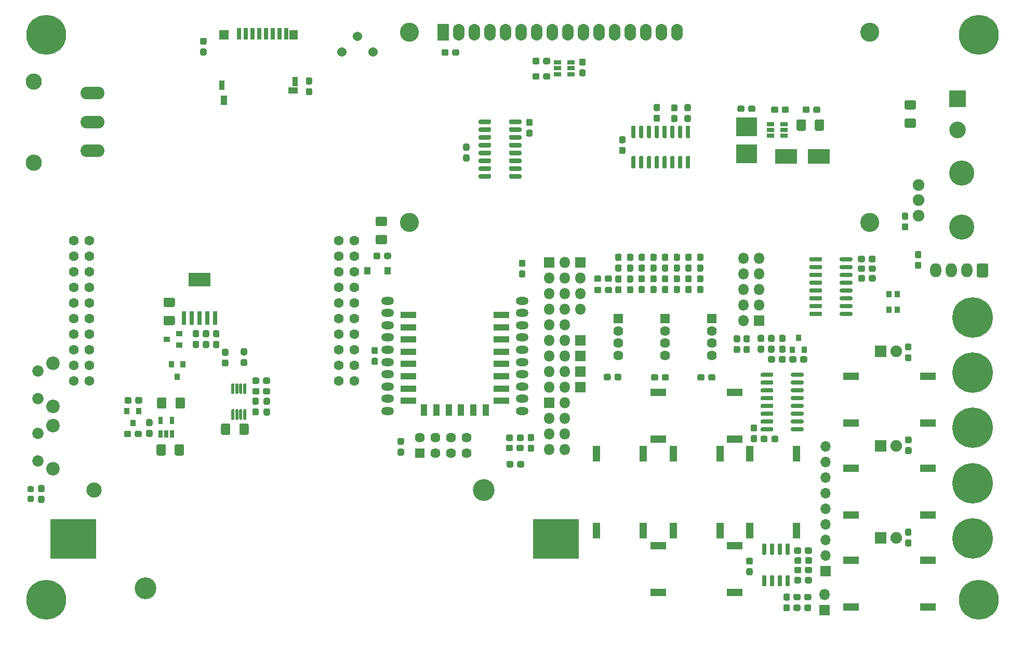
<source format=gts>
%TF.GenerationSoftware,KiCad,Pcbnew,5.1.6*%
%TF.CreationDate,2020-08-05T08:53:36+02:00*%
%TF.ProjectId,MCT_Labor_5529,4d43545f-4c61-4626-9f72-5f353532392e,rev?*%
%TF.SameCoordinates,Original*%
%TF.FileFunction,Soldermask,Top*%
%TF.FilePolarity,Negative*%
%FSLAX46Y46*%
G04 Gerber Fmt 4.6, Leading zero omitted, Abs format (unit mm)*
G04 Created by KiCad (PCBNEW 5.1.6) date 2020-08-05 08:53:36*
%MOMM*%
%LPD*%
G01*
G04 APERTURE LIST*
%ADD10O,1.840000X2.290000*%
%ADD11C,6.500000*%
%ADD12C,0.900000*%
%ADD13C,1.600000*%
%ADD14C,2.490000*%
%ADD15C,3.550000*%
%ADD16R,7.440000X6.450000*%
%ADD17C,1.624000*%
%ADD18R,1.624000X1.624000*%
%ADD19C,2.640000*%
%ADD20O,3.910000X2.100000*%
%ADD21C,2.200000*%
%ADD22C,1.850000*%
%ADD23C,1.900000*%
%ADD24R,1.900000X1.900000*%
%ADD25C,6.600000*%
%ADD26C,3.100000*%
%ADD27O,1.900000X2.700000*%
%ADD28R,1.900000X2.700000*%
%ADD29O,2.100000X1.300000*%
%ADD30R,0.700000X2.300000*%
%ADD31R,3.550000X2.250000*%
%ADD32R,0.750000X1.160000*%
%ADD33R,2.600000X1.100000*%
%ADD34R,1.100000X1.900000*%
%ADD35R,2.600000X1.300000*%
%ADD36R,1.300000X2.600000*%
%ADD37C,4.100000*%
%ADD38C,1.540000*%
%ADD39O,1.700000X1.700000*%
%ADD40R,1.700000X1.700000*%
%ADD41R,0.900000X1.000000*%
%ADD42O,1.800000X1.800000*%
%ADD43R,1.800000X1.800000*%
%ADD44C,2.700000*%
%ADD45R,2.700000X2.700000*%
%ADD46R,1.100000X1.650000*%
%ADD47R,1.600000X1.600000*%
%ADD48R,0.800000X1.850000*%
%ADD49R,0.900000X1.500000*%
%ADD50R,1.550000X1.100000*%
%ADD51R,0.900000X1.600000*%
%ADD52R,1.400000X1.600000*%
%ADD53R,1.000000X0.900000*%
%ADD54R,1.000000X1.300000*%
%ADD55R,0.900000X1.100000*%
%ADD56R,3.600000X2.400000*%
%ADD57R,3.500000X3.100000*%
%ADD58R,1.160000X0.750000*%
G04 APERTURE END LIST*
%TO.C,J10*%
G36*
G01*
X207516300Y-91457387D02*
X207516300Y-93218653D01*
G75*
G02*
X207251933Y-93483020I-264367J0D01*
G01*
X205940667Y-93483020D01*
G75*
G02*
X205676300Y-93218653I0J264367D01*
G01*
X205676300Y-91457387D01*
G75*
G02*
X205940667Y-91193020I264367J0D01*
G01*
X207251933Y-91193020D01*
G75*
G02*
X207516300Y-91457387I0J-264367D01*
G01*
G37*
D10*
X204056300Y-92338020D03*
X201516300Y-92338020D03*
X198976300Y-92338020D03*
%TD*%
D11*
%TO.C,REF\u002A\u002A*%
X206000000Y-146000000D03*
D12*
X208400000Y-146000000D03*
X207697056Y-147697056D03*
X206000000Y-148400000D03*
X204302944Y-147697056D03*
X203600000Y-146000000D03*
X204302944Y-144302944D03*
X206000000Y-143600000D03*
X207697056Y-144302944D03*
%TD*%
D11*
%TO.C,REF\u002A\u002A*%
X54000000Y-54000000D03*
D12*
X56400000Y-54000000D03*
X55697056Y-55697056D03*
X54000000Y-56400000D03*
X52302944Y-55697056D03*
X51600000Y-54000000D03*
X52302944Y-52302944D03*
X54000000Y-51600000D03*
X55697056Y-52302944D03*
%TD*%
%TO.C,e*%
X55697056Y-144302944D03*
X54000000Y-143600000D03*
X52302944Y-144302944D03*
X51600000Y-146000000D03*
X52302944Y-147697056D03*
X54000000Y-148400000D03*
X55697056Y-147697056D03*
X56400000Y-146000000D03*
D11*
X54000000Y-146000000D03*
%TD*%
D12*
%TO.C,REF\u002A\u002A*%
X207697056Y-52302944D03*
X206000000Y-51600000D03*
X204302944Y-52302944D03*
X203600000Y-54000000D03*
X204302944Y-55697056D03*
X206000000Y-56400000D03*
X207697056Y-55697056D03*
X208400000Y-54000000D03*
D11*
X206000000Y-54000000D03*
%TD*%
D13*
%TO.C,U10*%
X58500000Y-87500000D03*
X61040000Y-87500000D03*
X104220000Y-87500000D03*
X101680000Y-87500000D03*
X58500000Y-90040000D03*
X58500000Y-92580000D03*
X58500000Y-95120000D03*
X58500000Y-97660000D03*
X58500000Y-100200000D03*
X58500000Y-102740000D03*
X58500000Y-105280000D03*
X58500000Y-107820000D03*
X58500000Y-110360000D03*
X104220000Y-110360000D03*
X104220000Y-107820000D03*
X104220000Y-105280000D03*
X104220000Y-102740000D03*
X104220000Y-100200000D03*
X104220000Y-97660000D03*
X104220000Y-95120000D03*
X104220000Y-92580000D03*
X104220000Y-90040000D03*
X61040000Y-90040000D03*
X61040000Y-92580000D03*
X61040000Y-95120000D03*
X61040000Y-97660000D03*
X61040000Y-100200000D03*
X61040000Y-102740000D03*
X61040000Y-105280000D03*
X61040000Y-107820000D03*
X61040000Y-110360000D03*
X101680000Y-110360000D03*
X101680000Y-107820000D03*
X101680000Y-105280000D03*
X101680000Y-102740000D03*
X101680000Y-100200000D03*
X101680000Y-97660000D03*
X101680000Y-95120000D03*
X101680000Y-92580000D03*
X101680000Y-90040000D03*
%TD*%
D14*
%TO.C,BT1*%
X61840000Y-128120000D03*
D15*
X70170000Y-144120000D03*
X125370000Y-128120000D03*
D16*
X137100000Y-136120000D03*
X58440000Y-136120000D03*
%TD*%
%TO.C,U3*%
G36*
G01*
X177449680Y-118068480D02*
X177449680Y-118418480D01*
G75*
G02*
X177274680Y-118593480I-175000J0D01*
G01*
X175574680Y-118593480D01*
G75*
G02*
X175399680Y-118418480I0J175000D01*
G01*
X175399680Y-118068480D01*
G75*
G02*
X175574680Y-117893480I175000J0D01*
G01*
X177274680Y-117893480D01*
G75*
G02*
X177449680Y-118068480I0J-175000D01*
G01*
G37*
G36*
G01*
X177449680Y-116798480D02*
X177449680Y-117148480D01*
G75*
G02*
X177274680Y-117323480I-175000J0D01*
G01*
X175574680Y-117323480D01*
G75*
G02*
X175399680Y-117148480I0J175000D01*
G01*
X175399680Y-116798480D01*
G75*
G02*
X175574680Y-116623480I175000J0D01*
G01*
X177274680Y-116623480D01*
G75*
G02*
X177449680Y-116798480I0J-175000D01*
G01*
G37*
G36*
G01*
X177449680Y-115528480D02*
X177449680Y-115878480D01*
G75*
G02*
X177274680Y-116053480I-175000J0D01*
G01*
X175574680Y-116053480D01*
G75*
G02*
X175399680Y-115878480I0J175000D01*
G01*
X175399680Y-115528480D01*
G75*
G02*
X175574680Y-115353480I175000J0D01*
G01*
X177274680Y-115353480D01*
G75*
G02*
X177449680Y-115528480I0J-175000D01*
G01*
G37*
G36*
G01*
X177449680Y-114258480D02*
X177449680Y-114608480D01*
G75*
G02*
X177274680Y-114783480I-175000J0D01*
G01*
X175574680Y-114783480D01*
G75*
G02*
X175399680Y-114608480I0J175000D01*
G01*
X175399680Y-114258480D01*
G75*
G02*
X175574680Y-114083480I175000J0D01*
G01*
X177274680Y-114083480D01*
G75*
G02*
X177449680Y-114258480I0J-175000D01*
G01*
G37*
G36*
G01*
X177449680Y-112988480D02*
X177449680Y-113338480D01*
G75*
G02*
X177274680Y-113513480I-175000J0D01*
G01*
X175574680Y-113513480D01*
G75*
G02*
X175399680Y-113338480I0J175000D01*
G01*
X175399680Y-112988480D01*
G75*
G02*
X175574680Y-112813480I175000J0D01*
G01*
X177274680Y-112813480D01*
G75*
G02*
X177449680Y-112988480I0J-175000D01*
G01*
G37*
G36*
G01*
X177449680Y-111718480D02*
X177449680Y-112068480D01*
G75*
G02*
X177274680Y-112243480I-175000J0D01*
G01*
X175574680Y-112243480D01*
G75*
G02*
X175399680Y-112068480I0J175000D01*
G01*
X175399680Y-111718480D01*
G75*
G02*
X175574680Y-111543480I175000J0D01*
G01*
X177274680Y-111543480D01*
G75*
G02*
X177449680Y-111718480I0J-175000D01*
G01*
G37*
G36*
G01*
X177449680Y-110448480D02*
X177449680Y-110798480D01*
G75*
G02*
X177274680Y-110973480I-175000J0D01*
G01*
X175574680Y-110973480D01*
G75*
G02*
X175399680Y-110798480I0J175000D01*
G01*
X175399680Y-110448480D01*
G75*
G02*
X175574680Y-110273480I175000J0D01*
G01*
X177274680Y-110273480D01*
G75*
G02*
X177449680Y-110448480I0J-175000D01*
G01*
G37*
G36*
G01*
X177449680Y-109178480D02*
X177449680Y-109528480D01*
G75*
G02*
X177274680Y-109703480I-175000J0D01*
G01*
X175574680Y-109703480D01*
G75*
G02*
X175399680Y-109528480I0J175000D01*
G01*
X175399680Y-109178480D01*
G75*
G02*
X175574680Y-109003480I175000J0D01*
G01*
X177274680Y-109003480D01*
G75*
G02*
X177449680Y-109178480I0J-175000D01*
G01*
G37*
G36*
G01*
X172499680Y-109178480D02*
X172499680Y-109528480D01*
G75*
G02*
X172324680Y-109703480I-175000J0D01*
G01*
X170624680Y-109703480D01*
G75*
G02*
X170449680Y-109528480I0J175000D01*
G01*
X170449680Y-109178480D01*
G75*
G02*
X170624680Y-109003480I175000J0D01*
G01*
X172324680Y-109003480D01*
G75*
G02*
X172499680Y-109178480I0J-175000D01*
G01*
G37*
G36*
G01*
X172499680Y-110448480D02*
X172499680Y-110798480D01*
G75*
G02*
X172324680Y-110973480I-175000J0D01*
G01*
X170624680Y-110973480D01*
G75*
G02*
X170449680Y-110798480I0J175000D01*
G01*
X170449680Y-110448480D01*
G75*
G02*
X170624680Y-110273480I175000J0D01*
G01*
X172324680Y-110273480D01*
G75*
G02*
X172499680Y-110448480I0J-175000D01*
G01*
G37*
G36*
G01*
X172499680Y-111718480D02*
X172499680Y-112068480D01*
G75*
G02*
X172324680Y-112243480I-175000J0D01*
G01*
X170624680Y-112243480D01*
G75*
G02*
X170449680Y-112068480I0J175000D01*
G01*
X170449680Y-111718480D01*
G75*
G02*
X170624680Y-111543480I175000J0D01*
G01*
X172324680Y-111543480D01*
G75*
G02*
X172499680Y-111718480I0J-175000D01*
G01*
G37*
G36*
G01*
X172499680Y-112988480D02*
X172499680Y-113338480D01*
G75*
G02*
X172324680Y-113513480I-175000J0D01*
G01*
X170624680Y-113513480D01*
G75*
G02*
X170449680Y-113338480I0J175000D01*
G01*
X170449680Y-112988480D01*
G75*
G02*
X170624680Y-112813480I175000J0D01*
G01*
X172324680Y-112813480D01*
G75*
G02*
X172499680Y-112988480I0J-175000D01*
G01*
G37*
G36*
G01*
X172499680Y-114258480D02*
X172499680Y-114608480D01*
G75*
G02*
X172324680Y-114783480I-175000J0D01*
G01*
X170624680Y-114783480D01*
G75*
G02*
X170449680Y-114608480I0J175000D01*
G01*
X170449680Y-114258480D01*
G75*
G02*
X170624680Y-114083480I175000J0D01*
G01*
X172324680Y-114083480D01*
G75*
G02*
X172499680Y-114258480I0J-175000D01*
G01*
G37*
G36*
G01*
X172499680Y-115528480D02*
X172499680Y-115878480D01*
G75*
G02*
X172324680Y-116053480I-175000J0D01*
G01*
X170624680Y-116053480D01*
G75*
G02*
X170449680Y-115878480I0J175000D01*
G01*
X170449680Y-115528480D01*
G75*
G02*
X170624680Y-115353480I175000J0D01*
G01*
X172324680Y-115353480D01*
G75*
G02*
X172499680Y-115528480I0J-175000D01*
G01*
G37*
G36*
G01*
X172499680Y-116798480D02*
X172499680Y-117148480D01*
G75*
G02*
X172324680Y-117323480I-175000J0D01*
G01*
X170624680Y-117323480D01*
G75*
G02*
X170449680Y-117148480I0J175000D01*
G01*
X170449680Y-116798480D01*
G75*
G02*
X170624680Y-116623480I175000J0D01*
G01*
X172324680Y-116623480D01*
G75*
G02*
X172499680Y-116798480I0J-175000D01*
G01*
G37*
G36*
G01*
X172499680Y-118068480D02*
X172499680Y-118418480D01*
G75*
G02*
X172324680Y-118593480I-175000J0D01*
G01*
X170624680Y-118593480D01*
G75*
G02*
X170449680Y-118418480I0J175000D01*
G01*
X170449680Y-118068480D01*
G75*
G02*
X170624680Y-117893480I175000J0D01*
G01*
X172324680Y-117893480D01*
G75*
G02*
X172499680Y-118068480I0J-175000D01*
G01*
G37*
%TD*%
D17*
%TO.C,J6*%
X162463800Y-106204400D03*
X162463800Y-104204400D03*
X162463800Y-102204400D03*
D18*
X162463800Y-100204400D03*
%TD*%
D19*
%TO.C,SW3*%
X52045000Y-74775000D03*
X52045000Y-61575000D03*
D20*
X61575000Y-72875000D03*
X61575000Y-68175000D03*
X61575000Y-63475000D03*
%TD*%
D21*
%TO.C,SW2*%
X55175000Y-124670000D03*
D22*
X52685000Y-123420000D03*
X52685000Y-118920000D03*
D21*
X55175000Y-117660000D03*
%TD*%
%TO.C,SW1*%
X55175000Y-114510000D03*
D22*
X52685000Y-113260000D03*
X52685000Y-108760000D03*
D21*
X55175000Y-107500000D03*
%TD*%
%TO.C,R49*%
G36*
G01*
X67937420Y-113251500D02*
X67937420Y-113776500D01*
G75*
G02*
X67674920Y-114039000I-262500J0D01*
G01*
X67049920Y-114039000D01*
G75*
G02*
X66787420Y-113776500I0J262500D01*
G01*
X66787420Y-113251500D01*
G75*
G02*
X67049920Y-112989000I262500J0D01*
G01*
X67674920Y-112989000D01*
G75*
G02*
X67937420Y-113251500I0J-262500D01*
G01*
G37*
G36*
G01*
X69687420Y-113251500D02*
X69687420Y-113776500D01*
G75*
G02*
X69424920Y-114039000I-262500J0D01*
G01*
X68799920Y-114039000D01*
G75*
G02*
X68537420Y-113776500I0J262500D01*
G01*
X68537420Y-113251500D01*
G75*
G02*
X68799920Y-112989000I262500J0D01*
G01*
X69424920Y-112989000D01*
G75*
G02*
X69687420Y-113251500I0J-262500D01*
G01*
G37*
%TD*%
D23*
%TO.C,LD_F3*%
X192550100Y-135911100D03*
D24*
X190010100Y-135911100D03*
%TD*%
D23*
%TO.C,LD_F2*%
X192550100Y-120911100D03*
D24*
X190010100Y-120911100D03*
%TD*%
%TO.C,LD_F1*%
X190010100Y-105551100D03*
D23*
X192550100Y-105551100D03*
%TD*%
D25*
%TO.C,J13*%
X205000000Y-136000000D03*
%TD*%
%TO.C,J12*%
X205000000Y-118000000D03*
%TD*%
%TO.C,J11*%
X205000000Y-127000000D03*
%TD*%
%TO.C,J8*%
X205000000Y-109000000D03*
%TD*%
D26*
%TO.C,U1*%
X188225000Y-53570000D03*
X188224480Y-84570700D03*
X113225900Y-84570700D03*
X113225900Y-53570000D03*
D27*
X156825000Y-53570000D03*
X154285000Y-53570000D03*
X151745000Y-53570000D03*
X149205000Y-53570000D03*
X146665000Y-53570000D03*
X144125000Y-53570000D03*
X141585000Y-53570000D03*
X139045000Y-53570000D03*
X136505000Y-53570000D03*
X133965000Y-53570000D03*
X131425000Y-53570000D03*
X128885000Y-53570000D03*
X126345000Y-53570000D03*
X123805000Y-53570000D03*
X121265000Y-53570000D03*
D28*
X118725000Y-53570000D03*
%TD*%
D29*
%TO.C,X1*%
X109630000Y-115275000D03*
X131630000Y-115275000D03*
X109630000Y-113275000D03*
X131630000Y-113275000D03*
X109630000Y-111275000D03*
X131630000Y-111275000D03*
X109630000Y-109275000D03*
X131630000Y-109275000D03*
X109630000Y-107275000D03*
X131630000Y-107275000D03*
X109630000Y-105275000D03*
X131630000Y-105275000D03*
X109630000Y-103275000D03*
X131630000Y-103275000D03*
X109630000Y-101275000D03*
X131630000Y-101275000D03*
X109630000Y-99275000D03*
X131630000Y-99275000D03*
X109630000Y-97275000D03*
X131630000Y-97275000D03*
%TD*%
D30*
%TO.C,U12*%
X76474640Y-100121180D03*
X81554640Y-100121180D03*
X79014640Y-100121180D03*
D31*
X79014640Y-93821180D03*
D30*
X77744640Y-100121180D03*
X80284640Y-100121180D03*
%TD*%
D32*
%TO.C,U11*%
X72656980Y-116765020D03*
X74556980Y-116765020D03*
X74556980Y-118965020D03*
X73606980Y-118965020D03*
X72656980Y-118965020D03*
%TD*%
%TO.C,U9*%
G36*
G01*
X86265440Y-114962120D02*
X86515440Y-114962120D01*
G75*
G02*
X86640440Y-115087120I0J-125000D01*
G01*
X86640440Y-116562120D01*
G75*
G02*
X86515440Y-116687120I-125000J0D01*
G01*
X86265440Y-116687120D01*
G75*
G02*
X86140440Y-116562120I0J125000D01*
G01*
X86140440Y-115087120D01*
G75*
G02*
X86265440Y-114962120I125000J0D01*
G01*
G37*
G36*
G01*
X85615440Y-114962120D02*
X85865440Y-114962120D01*
G75*
G02*
X85990440Y-115087120I0J-125000D01*
G01*
X85990440Y-116562120D01*
G75*
G02*
X85865440Y-116687120I-125000J0D01*
G01*
X85615440Y-116687120D01*
G75*
G02*
X85490440Y-116562120I0J125000D01*
G01*
X85490440Y-115087120D01*
G75*
G02*
X85615440Y-114962120I125000J0D01*
G01*
G37*
G36*
G01*
X84965440Y-114962120D02*
X85215440Y-114962120D01*
G75*
G02*
X85340440Y-115087120I0J-125000D01*
G01*
X85340440Y-116562120D01*
G75*
G02*
X85215440Y-116687120I-125000J0D01*
G01*
X84965440Y-116687120D01*
G75*
G02*
X84840440Y-116562120I0J125000D01*
G01*
X84840440Y-115087120D01*
G75*
G02*
X84965440Y-114962120I125000J0D01*
G01*
G37*
G36*
G01*
X84315440Y-114962120D02*
X84565440Y-114962120D01*
G75*
G02*
X84690440Y-115087120I0J-125000D01*
G01*
X84690440Y-116562120D01*
G75*
G02*
X84565440Y-116687120I-125000J0D01*
G01*
X84315440Y-116687120D01*
G75*
G02*
X84190440Y-116562120I0J125000D01*
G01*
X84190440Y-115087120D01*
G75*
G02*
X84315440Y-114962120I125000J0D01*
G01*
G37*
G36*
G01*
X84315440Y-110737120D02*
X84565440Y-110737120D01*
G75*
G02*
X84690440Y-110862120I0J-125000D01*
G01*
X84690440Y-112337120D01*
G75*
G02*
X84565440Y-112462120I-125000J0D01*
G01*
X84315440Y-112462120D01*
G75*
G02*
X84190440Y-112337120I0J125000D01*
G01*
X84190440Y-110862120D01*
G75*
G02*
X84315440Y-110737120I125000J0D01*
G01*
G37*
G36*
G01*
X84965440Y-110737120D02*
X85215440Y-110737120D01*
G75*
G02*
X85340440Y-110862120I0J-125000D01*
G01*
X85340440Y-112337120D01*
G75*
G02*
X85215440Y-112462120I-125000J0D01*
G01*
X84965440Y-112462120D01*
G75*
G02*
X84840440Y-112337120I0J125000D01*
G01*
X84840440Y-110862120D01*
G75*
G02*
X84965440Y-110737120I125000J0D01*
G01*
G37*
G36*
G01*
X85615440Y-110737120D02*
X85865440Y-110737120D01*
G75*
G02*
X85990440Y-110862120I0J-125000D01*
G01*
X85990440Y-112337120D01*
G75*
G02*
X85865440Y-112462120I-125000J0D01*
G01*
X85615440Y-112462120D01*
G75*
G02*
X85490440Y-112337120I0J125000D01*
G01*
X85490440Y-110862120D01*
G75*
G02*
X85615440Y-110737120I125000J0D01*
G01*
G37*
G36*
G01*
X86265440Y-110737120D02*
X86515440Y-110737120D01*
G75*
G02*
X86640440Y-110862120I0J-125000D01*
G01*
X86640440Y-112337120D01*
G75*
G02*
X86515440Y-112462120I-125000J0D01*
G01*
X86265440Y-112462120D01*
G75*
G02*
X86140440Y-112337120I0J125000D01*
G01*
X86140440Y-110862120D01*
G75*
G02*
X86265440Y-110737120I125000J0D01*
G01*
G37*
%TD*%
D33*
%TO.C,U7*%
X128230000Y-99600000D03*
X128230000Y-101600000D03*
X128230000Y-103600000D03*
X128230000Y-105600000D03*
X128230000Y-107600000D03*
X128230000Y-109600000D03*
X128230000Y-111600000D03*
X128230000Y-113600000D03*
D34*
X125630000Y-115100000D03*
X123630000Y-115100000D03*
X121630000Y-115100000D03*
X119630000Y-115100000D03*
X117630000Y-115100000D03*
X115630000Y-115100000D03*
D33*
X113030000Y-113600000D03*
X113030000Y-111600000D03*
X113030000Y-109600000D03*
X113030000Y-107600000D03*
X113030000Y-105600000D03*
X113030000Y-103600000D03*
X113030000Y-101600000D03*
X113030000Y-99600000D03*
%TD*%
%TO.C,U6*%
G36*
G01*
X149903240Y-70795120D02*
X149553240Y-70795120D01*
G75*
G02*
X149378240Y-70620120I0J175000D01*
G01*
X149378240Y-68920120D01*
G75*
G02*
X149553240Y-68745120I175000J0D01*
G01*
X149903240Y-68745120D01*
G75*
G02*
X150078240Y-68920120I0J-175000D01*
G01*
X150078240Y-70620120D01*
G75*
G02*
X149903240Y-70795120I-175000J0D01*
G01*
G37*
G36*
G01*
X151173240Y-70795120D02*
X150823240Y-70795120D01*
G75*
G02*
X150648240Y-70620120I0J175000D01*
G01*
X150648240Y-68920120D01*
G75*
G02*
X150823240Y-68745120I175000J0D01*
G01*
X151173240Y-68745120D01*
G75*
G02*
X151348240Y-68920120I0J-175000D01*
G01*
X151348240Y-70620120D01*
G75*
G02*
X151173240Y-70795120I-175000J0D01*
G01*
G37*
G36*
G01*
X152443240Y-70795120D02*
X152093240Y-70795120D01*
G75*
G02*
X151918240Y-70620120I0J175000D01*
G01*
X151918240Y-68920120D01*
G75*
G02*
X152093240Y-68745120I175000J0D01*
G01*
X152443240Y-68745120D01*
G75*
G02*
X152618240Y-68920120I0J-175000D01*
G01*
X152618240Y-70620120D01*
G75*
G02*
X152443240Y-70795120I-175000J0D01*
G01*
G37*
G36*
G01*
X153713240Y-70795120D02*
X153363240Y-70795120D01*
G75*
G02*
X153188240Y-70620120I0J175000D01*
G01*
X153188240Y-68920120D01*
G75*
G02*
X153363240Y-68745120I175000J0D01*
G01*
X153713240Y-68745120D01*
G75*
G02*
X153888240Y-68920120I0J-175000D01*
G01*
X153888240Y-70620120D01*
G75*
G02*
X153713240Y-70795120I-175000J0D01*
G01*
G37*
G36*
G01*
X154983240Y-70795120D02*
X154633240Y-70795120D01*
G75*
G02*
X154458240Y-70620120I0J175000D01*
G01*
X154458240Y-68920120D01*
G75*
G02*
X154633240Y-68745120I175000J0D01*
G01*
X154983240Y-68745120D01*
G75*
G02*
X155158240Y-68920120I0J-175000D01*
G01*
X155158240Y-70620120D01*
G75*
G02*
X154983240Y-70795120I-175000J0D01*
G01*
G37*
G36*
G01*
X156253240Y-70795120D02*
X155903240Y-70795120D01*
G75*
G02*
X155728240Y-70620120I0J175000D01*
G01*
X155728240Y-68920120D01*
G75*
G02*
X155903240Y-68745120I175000J0D01*
G01*
X156253240Y-68745120D01*
G75*
G02*
X156428240Y-68920120I0J-175000D01*
G01*
X156428240Y-70620120D01*
G75*
G02*
X156253240Y-70795120I-175000J0D01*
G01*
G37*
G36*
G01*
X157523240Y-70795120D02*
X157173240Y-70795120D01*
G75*
G02*
X156998240Y-70620120I0J175000D01*
G01*
X156998240Y-68920120D01*
G75*
G02*
X157173240Y-68745120I175000J0D01*
G01*
X157523240Y-68745120D01*
G75*
G02*
X157698240Y-68920120I0J-175000D01*
G01*
X157698240Y-70620120D01*
G75*
G02*
X157523240Y-70795120I-175000J0D01*
G01*
G37*
G36*
G01*
X158793240Y-70795120D02*
X158443240Y-70795120D01*
G75*
G02*
X158268240Y-70620120I0J175000D01*
G01*
X158268240Y-68920120D01*
G75*
G02*
X158443240Y-68745120I175000J0D01*
G01*
X158793240Y-68745120D01*
G75*
G02*
X158968240Y-68920120I0J-175000D01*
G01*
X158968240Y-70620120D01*
G75*
G02*
X158793240Y-70795120I-175000J0D01*
G01*
G37*
G36*
G01*
X158793240Y-75745120D02*
X158443240Y-75745120D01*
G75*
G02*
X158268240Y-75570120I0J175000D01*
G01*
X158268240Y-73870120D01*
G75*
G02*
X158443240Y-73695120I175000J0D01*
G01*
X158793240Y-73695120D01*
G75*
G02*
X158968240Y-73870120I0J-175000D01*
G01*
X158968240Y-75570120D01*
G75*
G02*
X158793240Y-75745120I-175000J0D01*
G01*
G37*
G36*
G01*
X157523240Y-75745120D02*
X157173240Y-75745120D01*
G75*
G02*
X156998240Y-75570120I0J175000D01*
G01*
X156998240Y-73870120D01*
G75*
G02*
X157173240Y-73695120I175000J0D01*
G01*
X157523240Y-73695120D01*
G75*
G02*
X157698240Y-73870120I0J-175000D01*
G01*
X157698240Y-75570120D01*
G75*
G02*
X157523240Y-75745120I-175000J0D01*
G01*
G37*
G36*
G01*
X156253240Y-75745120D02*
X155903240Y-75745120D01*
G75*
G02*
X155728240Y-75570120I0J175000D01*
G01*
X155728240Y-73870120D01*
G75*
G02*
X155903240Y-73695120I175000J0D01*
G01*
X156253240Y-73695120D01*
G75*
G02*
X156428240Y-73870120I0J-175000D01*
G01*
X156428240Y-75570120D01*
G75*
G02*
X156253240Y-75745120I-175000J0D01*
G01*
G37*
G36*
G01*
X154983240Y-75745120D02*
X154633240Y-75745120D01*
G75*
G02*
X154458240Y-75570120I0J175000D01*
G01*
X154458240Y-73870120D01*
G75*
G02*
X154633240Y-73695120I175000J0D01*
G01*
X154983240Y-73695120D01*
G75*
G02*
X155158240Y-73870120I0J-175000D01*
G01*
X155158240Y-75570120D01*
G75*
G02*
X154983240Y-75745120I-175000J0D01*
G01*
G37*
G36*
G01*
X153713240Y-75745120D02*
X153363240Y-75745120D01*
G75*
G02*
X153188240Y-75570120I0J175000D01*
G01*
X153188240Y-73870120D01*
G75*
G02*
X153363240Y-73695120I175000J0D01*
G01*
X153713240Y-73695120D01*
G75*
G02*
X153888240Y-73870120I0J-175000D01*
G01*
X153888240Y-75570120D01*
G75*
G02*
X153713240Y-75745120I-175000J0D01*
G01*
G37*
G36*
G01*
X152443240Y-75745120D02*
X152093240Y-75745120D01*
G75*
G02*
X151918240Y-75570120I0J175000D01*
G01*
X151918240Y-73870120D01*
G75*
G02*
X152093240Y-73695120I175000J0D01*
G01*
X152443240Y-73695120D01*
G75*
G02*
X152618240Y-73870120I0J-175000D01*
G01*
X152618240Y-75570120D01*
G75*
G02*
X152443240Y-75745120I-175000J0D01*
G01*
G37*
G36*
G01*
X151173240Y-75745120D02*
X150823240Y-75745120D01*
G75*
G02*
X150648240Y-75570120I0J175000D01*
G01*
X150648240Y-73870120D01*
G75*
G02*
X150823240Y-73695120I175000J0D01*
G01*
X151173240Y-73695120D01*
G75*
G02*
X151348240Y-73870120I0J-175000D01*
G01*
X151348240Y-75570120D01*
G75*
G02*
X151173240Y-75745120I-175000J0D01*
G01*
G37*
G36*
G01*
X149903240Y-75745120D02*
X149553240Y-75745120D01*
G75*
G02*
X149378240Y-75570120I0J175000D01*
G01*
X149378240Y-73870120D01*
G75*
G02*
X149553240Y-73695120I175000J0D01*
G01*
X149903240Y-73695120D01*
G75*
G02*
X150078240Y-73870120I0J-175000D01*
G01*
X150078240Y-75570120D01*
G75*
G02*
X149903240Y-75745120I-175000J0D01*
G01*
G37*
%TD*%
D17*
%TO.C,U5*%
X122535000Y-119610000D03*
X122535000Y-122150000D03*
X119995000Y-119610000D03*
X119995000Y-122150000D03*
X117455000Y-119610000D03*
X117455000Y-122150000D03*
X114915000Y-119610000D03*
D18*
X114915000Y-122150000D03*
%TD*%
%TO.C,U4*%
G36*
G01*
X129446000Y-68314440D02*
X129446000Y-67964440D01*
G75*
G02*
X129621000Y-67789440I175000J0D01*
G01*
X131321000Y-67789440D01*
G75*
G02*
X131496000Y-67964440I0J-175000D01*
G01*
X131496000Y-68314440D01*
G75*
G02*
X131321000Y-68489440I-175000J0D01*
G01*
X129621000Y-68489440D01*
G75*
G02*
X129446000Y-68314440I0J175000D01*
G01*
G37*
G36*
G01*
X129446000Y-69584440D02*
X129446000Y-69234440D01*
G75*
G02*
X129621000Y-69059440I175000J0D01*
G01*
X131321000Y-69059440D01*
G75*
G02*
X131496000Y-69234440I0J-175000D01*
G01*
X131496000Y-69584440D01*
G75*
G02*
X131321000Y-69759440I-175000J0D01*
G01*
X129621000Y-69759440D01*
G75*
G02*
X129446000Y-69584440I0J175000D01*
G01*
G37*
G36*
G01*
X129446000Y-70854440D02*
X129446000Y-70504440D01*
G75*
G02*
X129621000Y-70329440I175000J0D01*
G01*
X131321000Y-70329440D01*
G75*
G02*
X131496000Y-70504440I0J-175000D01*
G01*
X131496000Y-70854440D01*
G75*
G02*
X131321000Y-71029440I-175000J0D01*
G01*
X129621000Y-71029440D01*
G75*
G02*
X129446000Y-70854440I0J175000D01*
G01*
G37*
G36*
G01*
X129446000Y-72124440D02*
X129446000Y-71774440D01*
G75*
G02*
X129621000Y-71599440I175000J0D01*
G01*
X131321000Y-71599440D01*
G75*
G02*
X131496000Y-71774440I0J-175000D01*
G01*
X131496000Y-72124440D01*
G75*
G02*
X131321000Y-72299440I-175000J0D01*
G01*
X129621000Y-72299440D01*
G75*
G02*
X129446000Y-72124440I0J175000D01*
G01*
G37*
G36*
G01*
X129446000Y-73394440D02*
X129446000Y-73044440D01*
G75*
G02*
X129621000Y-72869440I175000J0D01*
G01*
X131321000Y-72869440D01*
G75*
G02*
X131496000Y-73044440I0J-175000D01*
G01*
X131496000Y-73394440D01*
G75*
G02*
X131321000Y-73569440I-175000J0D01*
G01*
X129621000Y-73569440D01*
G75*
G02*
X129446000Y-73394440I0J175000D01*
G01*
G37*
G36*
G01*
X129446000Y-74664440D02*
X129446000Y-74314440D01*
G75*
G02*
X129621000Y-74139440I175000J0D01*
G01*
X131321000Y-74139440D01*
G75*
G02*
X131496000Y-74314440I0J-175000D01*
G01*
X131496000Y-74664440D01*
G75*
G02*
X131321000Y-74839440I-175000J0D01*
G01*
X129621000Y-74839440D01*
G75*
G02*
X129446000Y-74664440I0J175000D01*
G01*
G37*
G36*
G01*
X129446000Y-75934440D02*
X129446000Y-75584440D01*
G75*
G02*
X129621000Y-75409440I175000J0D01*
G01*
X131321000Y-75409440D01*
G75*
G02*
X131496000Y-75584440I0J-175000D01*
G01*
X131496000Y-75934440D01*
G75*
G02*
X131321000Y-76109440I-175000J0D01*
G01*
X129621000Y-76109440D01*
G75*
G02*
X129446000Y-75934440I0J175000D01*
G01*
G37*
G36*
G01*
X129446000Y-77204440D02*
X129446000Y-76854440D01*
G75*
G02*
X129621000Y-76679440I175000J0D01*
G01*
X131321000Y-76679440D01*
G75*
G02*
X131496000Y-76854440I0J-175000D01*
G01*
X131496000Y-77204440D01*
G75*
G02*
X131321000Y-77379440I-175000J0D01*
G01*
X129621000Y-77379440D01*
G75*
G02*
X129446000Y-77204440I0J175000D01*
G01*
G37*
G36*
G01*
X124496000Y-77204440D02*
X124496000Y-76854440D01*
G75*
G02*
X124671000Y-76679440I175000J0D01*
G01*
X126371000Y-76679440D01*
G75*
G02*
X126546000Y-76854440I0J-175000D01*
G01*
X126546000Y-77204440D01*
G75*
G02*
X126371000Y-77379440I-175000J0D01*
G01*
X124671000Y-77379440D01*
G75*
G02*
X124496000Y-77204440I0J175000D01*
G01*
G37*
G36*
G01*
X124496000Y-75934440D02*
X124496000Y-75584440D01*
G75*
G02*
X124671000Y-75409440I175000J0D01*
G01*
X126371000Y-75409440D01*
G75*
G02*
X126546000Y-75584440I0J-175000D01*
G01*
X126546000Y-75934440D01*
G75*
G02*
X126371000Y-76109440I-175000J0D01*
G01*
X124671000Y-76109440D01*
G75*
G02*
X124496000Y-75934440I0J175000D01*
G01*
G37*
G36*
G01*
X124496000Y-74664440D02*
X124496000Y-74314440D01*
G75*
G02*
X124671000Y-74139440I175000J0D01*
G01*
X126371000Y-74139440D01*
G75*
G02*
X126546000Y-74314440I0J-175000D01*
G01*
X126546000Y-74664440D01*
G75*
G02*
X126371000Y-74839440I-175000J0D01*
G01*
X124671000Y-74839440D01*
G75*
G02*
X124496000Y-74664440I0J175000D01*
G01*
G37*
G36*
G01*
X124496000Y-73394440D02*
X124496000Y-73044440D01*
G75*
G02*
X124671000Y-72869440I175000J0D01*
G01*
X126371000Y-72869440D01*
G75*
G02*
X126546000Y-73044440I0J-175000D01*
G01*
X126546000Y-73394440D01*
G75*
G02*
X126371000Y-73569440I-175000J0D01*
G01*
X124671000Y-73569440D01*
G75*
G02*
X124496000Y-73394440I0J175000D01*
G01*
G37*
G36*
G01*
X124496000Y-72124440D02*
X124496000Y-71774440D01*
G75*
G02*
X124671000Y-71599440I175000J0D01*
G01*
X126371000Y-71599440D01*
G75*
G02*
X126546000Y-71774440I0J-175000D01*
G01*
X126546000Y-72124440D01*
G75*
G02*
X126371000Y-72299440I-175000J0D01*
G01*
X124671000Y-72299440D01*
G75*
G02*
X124496000Y-72124440I0J175000D01*
G01*
G37*
G36*
G01*
X124496000Y-70854440D02*
X124496000Y-70504440D01*
G75*
G02*
X124671000Y-70329440I175000J0D01*
G01*
X126371000Y-70329440D01*
G75*
G02*
X126546000Y-70504440I0J-175000D01*
G01*
X126546000Y-70854440D01*
G75*
G02*
X126371000Y-71029440I-175000J0D01*
G01*
X124671000Y-71029440D01*
G75*
G02*
X124496000Y-70854440I0J175000D01*
G01*
G37*
G36*
G01*
X124496000Y-69584440D02*
X124496000Y-69234440D01*
G75*
G02*
X124671000Y-69059440I175000J0D01*
G01*
X126371000Y-69059440D01*
G75*
G02*
X126546000Y-69234440I0J-175000D01*
G01*
X126546000Y-69584440D01*
G75*
G02*
X126371000Y-69759440I-175000J0D01*
G01*
X124671000Y-69759440D01*
G75*
G02*
X124496000Y-69584440I0J175000D01*
G01*
G37*
G36*
G01*
X124496000Y-68314440D02*
X124496000Y-67964440D01*
G75*
G02*
X124671000Y-67789440I175000J0D01*
G01*
X126371000Y-67789440D01*
G75*
G02*
X126546000Y-67964440I0J-175000D01*
G01*
X126546000Y-68314440D01*
G75*
G02*
X126371000Y-68489440I-175000J0D01*
G01*
X124671000Y-68489440D01*
G75*
G02*
X124496000Y-68314440I0J175000D01*
G01*
G37*
%TD*%
%TO.C,U2*%
G36*
G01*
X178404960Y-90722320D02*
X178404960Y-90372320D01*
G75*
G02*
X178579960Y-90197320I175000J0D01*
G01*
X180279960Y-90197320D01*
G75*
G02*
X180454960Y-90372320I0J-175000D01*
G01*
X180454960Y-90722320D01*
G75*
G02*
X180279960Y-90897320I-175000J0D01*
G01*
X178579960Y-90897320D01*
G75*
G02*
X178404960Y-90722320I0J175000D01*
G01*
G37*
G36*
G01*
X178404960Y-91992320D02*
X178404960Y-91642320D01*
G75*
G02*
X178579960Y-91467320I175000J0D01*
G01*
X180279960Y-91467320D01*
G75*
G02*
X180454960Y-91642320I0J-175000D01*
G01*
X180454960Y-91992320D01*
G75*
G02*
X180279960Y-92167320I-175000J0D01*
G01*
X178579960Y-92167320D01*
G75*
G02*
X178404960Y-91992320I0J175000D01*
G01*
G37*
G36*
G01*
X178404960Y-93262320D02*
X178404960Y-92912320D01*
G75*
G02*
X178579960Y-92737320I175000J0D01*
G01*
X180279960Y-92737320D01*
G75*
G02*
X180454960Y-92912320I0J-175000D01*
G01*
X180454960Y-93262320D01*
G75*
G02*
X180279960Y-93437320I-175000J0D01*
G01*
X178579960Y-93437320D01*
G75*
G02*
X178404960Y-93262320I0J175000D01*
G01*
G37*
G36*
G01*
X178404960Y-94532320D02*
X178404960Y-94182320D01*
G75*
G02*
X178579960Y-94007320I175000J0D01*
G01*
X180279960Y-94007320D01*
G75*
G02*
X180454960Y-94182320I0J-175000D01*
G01*
X180454960Y-94532320D01*
G75*
G02*
X180279960Y-94707320I-175000J0D01*
G01*
X178579960Y-94707320D01*
G75*
G02*
X178404960Y-94532320I0J175000D01*
G01*
G37*
G36*
G01*
X178404960Y-95802320D02*
X178404960Y-95452320D01*
G75*
G02*
X178579960Y-95277320I175000J0D01*
G01*
X180279960Y-95277320D01*
G75*
G02*
X180454960Y-95452320I0J-175000D01*
G01*
X180454960Y-95802320D01*
G75*
G02*
X180279960Y-95977320I-175000J0D01*
G01*
X178579960Y-95977320D01*
G75*
G02*
X178404960Y-95802320I0J175000D01*
G01*
G37*
G36*
G01*
X178404960Y-97072320D02*
X178404960Y-96722320D01*
G75*
G02*
X178579960Y-96547320I175000J0D01*
G01*
X180279960Y-96547320D01*
G75*
G02*
X180454960Y-96722320I0J-175000D01*
G01*
X180454960Y-97072320D01*
G75*
G02*
X180279960Y-97247320I-175000J0D01*
G01*
X178579960Y-97247320D01*
G75*
G02*
X178404960Y-97072320I0J175000D01*
G01*
G37*
G36*
G01*
X178404960Y-98342320D02*
X178404960Y-97992320D01*
G75*
G02*
X178579960Y-97817320I175000J0D01*
G01*
X180279960Y-97817320D01*
G75*
G02*
X180454960Y-97992320I0J-175000D01*
G01*
X180454960Y-98342320D01*
G75*
G02*
X180279960Y-98517320I-175000J0D01*
G01*
X178579960Y-98517320D01*
G75*
G02*
X178404960Y-98342320I0J175000D01*
G01*
G37*
G36*
G01*
X178404960Y-99612320D02*
X178404960Y-99262320D01*
G75*
G02*
X178579960Y-99087320I175000J0D01*
G01*
X180279960Y-99087320D01*
G75*
G02*
X180454960Y-99262320I0J-175000D01*
G01*
X180454960Y-99612320D01*
G75*
G02*
X180279960Y-99787320I-175000J0D01*
G01*
X178579960Y-99787320D01*
G75*
G02*
X178404960Y-99612320I0J175000D01*
G01*
G37*
G36*
G01*
X183354960Y-99612320D02*
X183354960Y-99262320D01*
G75*
G02*
X183529960Y-99087320I175000J0D01*
G01*
X185229960Y-99087320D01*
G75*
G02*
X185404960Y-99262320I0J-175000D01*
G01*
X185404960Y-99612320D01*
G75*
G02*
X185229960Y-99787320I-175000J0D01*
G01*
X183529960Y-99787320D01*
G75*
G02*
X183354960Y-99612320I0J175000D01*
G01*
G37*
G36*
G01*
X183354960Y-98342320D02*
X183354960Y-97992320D01*
G75*
G02*
X183529960Y-97817320I175000J0D01*
G01*
X185229960Y-97817320D01*
G75*
G02*
X185404960Y-97992320I0J-175000D01*
G01*
X185404960Y-98342320D01*
G75*
G02*
X185229960Y-98517320I-175000J0D01*
G01*
X183529960Y-98517320D01*
G75*
G02*
X183354960Y-98342320I0J175000D01*
G01*
G37*
G36*
G01*
X183354960Y-97072320D02*
X183354960Y-96722320D01*
G75*
G02*
X183529960Y-96547320I175000J0D01*
G01*
X185229960Y-96547320D01*
G75*
G02*
X185404960Y-96722320I0J-175000D01*
G01*
X185404960Y-97072320D01*
G75*
G02*
X185229960Y-97247320I-175000J0D01*
G01*
X183529960Y-97247320D01*
G75*
G02*
X183354960Y-97072320I0J175000D01*
G01*
G37*
G36*
G01*
X183354960Y-95802320D02*
X183354960Y-95452320D01*
G75*
G02*
X183529960Y-95277320I175000J0D01*
G01*
X185229960Y-95277320D01*
G75*
G02*
X185404960Y-95452320I0J-175000D01*
G01*
X185404960Y-95802320D01*
G75*
G02*
X185229960Y-95977320I-175000J0D01*
G01*
X183529960Y-95977320D01*
G75*
G02*
X183354960Y-95802320I0J175000D01*
G01*
G37*
G36*
G01*
X183354960Y-94532320D02*
X183354960Y-94182320D01*
G75*
G02*
X183529960Y-94007320I175000J0D01*
G01*
X185229960Y-94007320D01*
G75*
G02*
X185404960Y-94182320I0J-175000D01*
G01*
X185404960Y-94532320D01*
G75*
G02*
X185229960Y-94707320I-175000J0D01*
G01*
X183529960Y-94707320D01*
G75*
G02*
X183354960Y-94532320I0J175000D01*
G01*
G37*
G36*
G01*
X183354960Y-93262320D02*
X183354960Y-92912320D01*
G75*
G02*
X183529960Y-92737320I175000J0D01*
G01*
X185229960Y-92737320D01*
G75*
G02*
X185404960Y-92912320I0J-175000D01*
G01*
X185404960Y-93262320D01*
G75*
G02*
X185229960Y-93437320I-175000J0D01*
G01*
X183529960Y-93437320D01*
G75*
G02*
X183354960Y-93262320I0J175000D01*
G01*
G37*
G36*
G01*
X183354960Y-91992320D02*
X183354960Y-91642320D01*
G75*
G02*
X183529960Y-91467320I175000J0D01*
G01*
X185229960Y-91467320D01*
G75*
G02*
X185404960Y-91642320I0J-175000D01*
G01*
X185404960Y-91992320D01*
G75*
G02*
X185229960Y-92167320I-175000J0D01*
G01*
X183529960Y-92167320D01*
G75*
G02*
X183354960Y-91992320I0J175000D01*
G01*
G37*
G36*
G01*
X183354960Y-90722320D02*
X183354960Y-90372320D01*
G75*
G02*
X183529960Y-90197320I175000J0D01*
G01*
X185229960Y-90197320D01*
G75*
G02*
X185404960Y-90372320I0J-175000D01*
G01*
X185404960Y-90722320D01*
G75*
G02*
X185229960Y-90897320I-175000J0D01*
G01*
X183529960Y-90897320D01*
G75*
G02*
X183354960Y-90722320I0J175000D01*
G01*
G37*
%TD*%
D35*
%TO.C,SW_UP1*%
X166250000Y-119810000D03*
X153750000Y-119810000D03*
X166250000Y-112190000D03*
X153750000Y-112190000D03*
%TD*%
D36*
%TO.C,SW_RIGHT1*%
X168690000Y-134750000D03*
X168690000Y-122250000D03*
X176310000Y-134750000D03*
X176310000Y-122250000D03*
%TD*%
%TO.C,SW_LEFT1*%
X143690000Y-134750000D03*
X143690000Y-122250000D03*
X151310000Y-134750000D03*
X151310000Y-122250000D03*
%TD*%
D35*
%TO.C,SW_F3*%
X197685100Y-147221100D03*
X185185100Y-147221100D03*
X197685100Y-139601100D03*
X185185100Y-139601100D03*
%TD*%
%TO.C,SW_F2*%
X197685100Y-132221100D03*
X185185100Y-132221100D03*
X197685100Y-124601100D03*
X185185100Y-124601100D03*
%TD*%
%TO.C,SW_F1*%
X197685100Y-117221100D03*
X185185100Y-117221100D03*
X197685100Y-109601100D03*
X185185100Y-109601100D03*
%TD*%
%TO.C,SW_DOWN1*%
X166250000Y-144810000D03*
X153750000Y-144810000D03*
X166250000Y-137190000D03*
X153750000Y-137190000D03*
%TD*%
D36*
%TO.C,SW_CENTER1*%
X156190000Y-134750000D03*
X156190000Y-122250000D03*
X163810000Y-134750000D03*
X163810000Y-122250000D03*
%TD*%
D37*
%TO.C,RV2*%
X203195000Y-85315000D03*
X203195000Y-76515000D03*
D23*
X196195000Y-83415000D03*
X196195000Y-80915000D03*
X196195000Y-78415000D03*
%TD*%
D38*
%TO.C,RV1*%
X102215000Y-56745000D03*
X104755000Y-54205000D03*
X107295000Y-56745000D03*
%TD*%
D39*
%TO.C,RN1*%
X181033740Y-120994300D03*
X181033740Y-123534300D03*
X181033740Y-126074300D03*
X181033740Y-128614300D03*
X181033740Y-131154300D03*
X181033740Y-133694300D03*
X181033740Y-136234300D03*
X181033740Y-138774300D03*
D40*
X181033740Y-141314300D03*
%TD*%
%TO.C,R53*%
G36*
G01*
X81469940Y-102099580D02*
X81994940Y-102099580D01*
G75*
G02*
X82257440Y-102362080I0J-262500D01*
G01*
X82257440Y-102987080D01*
G75*
G02*
X81994940Y-103249580I-262500J0D01*
G01*
X81469940Y-103249580D01*
G75*
G02*
X81207440Y-102987080I0J262500D01*
G01*
X81207440Y-102362080D01*
G75*
G02*
X81469940Y-102099580I262500J0D01*
G01*
G37*
G36*
G01*
X81469940Y-103849580D02*
X81994940Y-103849580D01*
G75*
G02*
X82257440Y-104112080I0J-262500D01*
G01*
X82257440Y-104737080D01*
G75*
G02*
X81994940Y-104999580I-262500J0D01*
G01*
X81469940Y-104999580D01*
G75*
G02*
X81207440Y-104737080I0J262500D01*
G01*
X81207440Y-104112080D01*
G75*
G02*
X81469940Y-103849580I262500J0D01*
G01*
G37*
%TD*%
%TO.C,R52*%
G36*
G01*
X53501220Y-128471780D02*
X52976220Y-128471780D01*
G75*
G02*
X52713720Y-128209280I0J262500D01*
G01*
X52713720Y-127584280D01*
G75*
G02*
X52976220Y-127321780I262500J0D01*
G01*
X53501220Y-127321780D01*
G75*
G02*
X53763720Y-127584280I0J-262500D01*
G01*
X53763720Y-128209280D01*
G75*
G02*
X53501220Y-128471780I-262500J0D01*
G01*
G37*
G36*
G01*
X53501220Y-130221780D02*
X52976220Y-130221780D01*
G75*
G02*
X52713720Y-129959280I0J262500D01*
G01*
X52713720Y-129334280D01*
G75*
G02*
X52976220Y-129071780I262500J0D01*
G01*
X53501220Y-129071780D01*
G75*
G02*
X53763720Y-129334280I0J-262500D01*
G01*
X53763720Y-129959280D01*
G75*
G02*
X53501220Y-130221780I-262500J0D01*
G01*
G37*
%TD*%
%TO.C,R51*%
G36*
G01*
X67866300Y-118732820D02*
X67866300Y-119257820D01*
G75*
G02*
X67603800Y-119520320I-262500J0D01*
G01*
X66978800Y-119520320D01*
G75*
G02*
X66716300Y-119257820I0J262500D01*
G01*
X66716300Y-118732820D01*
G75*
G02*
X66978800Y-118470320I262500J0D01*
G01*
X67603800Y-118470320D01*
G75*
G02*
X67866300Y-118732820I0J-262500D01*
G01*
G37*
G36*
G01*
X69616300Y-118732820D02*
X69616300Y-119257820D01*
G75*
G02*
X69353800Y-119520320I-262500J0D01*
G01*
X68728800Y-119520320D01*
G75*
G02*
X68466300Y-119257820I0J262500D01*
G01*
X68466300Y-118732820D01*
G75*
G02*
X68728800Y-118470320I262500J0D01*
G01*
X69353800Y-118470320D01*
G75*
G02*
X69616300Y-118732820I0J-262500D01*
G01*
G37*
%TD*%
%TO.C,R50*%
G36*
G01*
X71093260Y-117727580D02*
X70568260Y-117727580D01*
G75*
G02*
X70305760Y-117465080I0J262500D01*
G01*
X70305760Y-116840080D01*
G75*
G02*
X70568260Y-116577580I262500J0D01*
G01*
X71093260Y-116577580D01*
G75*
G02*
X71355760Y-116840080I0J-262500D01*
G01*
X71355760Y-117465080D01*
G75*
G02*
X71093260Y-117727580I-262500J0D01*
G01*
G37*
G36*
G01*
X71093260Y-119477580D02*
X70568260Y-119477580D01*
G75*
G02*
X70305760Y-119215080I0J262500D01*
G01*
X70305760Y-118590080D01*
G75*
G02*
X70568260Y-118327580I262500J0D01*
G01*
X71093260Y-118327580D01*
G75*
G02*
X71355760Y-118590080I0J-262500D01*
G01*
X71355760Y-119215080D01*
G75*
G02*
X71093260Y-119477580I-262500J0D01*
G01*
G37*
%TD*%
%TO.C,R47*%
G36*
G01*
X166326260Y-104659840D02*
X166851260Y-104659840D01*
G75*
G02*
X167113760Y-104922340I0J-262500D01*
G01*
X167113760Y-105547340D01*
G75*
G02*
X166851260Y-105809840I-262500J0D01*
G01*
X166326260Y-105809840D01*
G75*
G02*
X166063760Y-105547340I0J262500D01*
G01*
X166063760Y-104922340D01*
G75*
G02*
X166326260Y-104659840I262500J0D01*
G01*
G37*
G36*
G01*
X166326260Y-102909840D02*
X166851260Y-102909840D01*
G75*
G02*
X167113760Y-103172340I0J-262500D01*
G01*
X167113760Y-103797340D01*
G75*
G02*
X166851260Y-104059840I-262500J0D01*
G01*
X166326260Y-104059840D01*
G75*
G02*
X166063760Y-103797340I0J262500D01*
G01*
X166063760Y-103172340D01*
G75*
G02*
X166326260Y-102909840I262500J0D01*
G01*
G37*
%TD*%
%TO.C,R46*%
G36*
G01*
X168451460Y-104059840D02*
X167926460Y-104059840D01*
G75*
G02*
X167663960Y-103797340I0J262500D01*
G01*
X167663960Y-103172340D01*
G75*
G02*
X167926460Y-102909840I262500J0D01*
G01*
X168451460Y-102909840D01*
G75*
G02*
X168713960Y-103172340I0J-262500D01*
G01*
X168713960Y-103797340D01*
G75*
G02*
X168451460Y-104059840I-262500J0D01*
G01*
G37*
G36*
G01*
X168451460Y-105809840D02*
X167926460Y-105809840D01*
G75*
G02*
X167663960Y-105547340I0J262500D01*
G01*
X167663960Y-104922340D01*
G75*
G02*
X167926460Y-104659840I262500J0D01*
G01*
X168451460Y-104659840D01*
G75*
G02*
X168713960Y-104922340I0J-262500D01*
G01*
X168713960Y-105547340D01*
G75*
G02*
X168451460Y-105809840I-262500J0D01*
G01*
G37*
%TD*%
%TO.C,R45*%
G36*
G01*
X173737980Y-104598880D02*
X174262980Y-104598880D01*
G75*
G02*
X174525480Y-104861380I0J-262500D01*
G01*
X174525480Y-105486380D01*
G75*
G02*
X174262980Y-105748880I-262500J0D01*
G01*
X173737980Y-105748880D01*
G75*
G02*
X173475480Y-105486380I0J262500D01*
G01*
X173475480Y-104861380D01*
G75*
G02*
X173737980Y-104598880I262500J0D01*
G01*
G37*
G36*
G01*
X173737980Y-102848880D02*
X174262980Y-102848880D01*
G75*
G02*
X174525480Y-103111380I0J-262500D01*
G01*
X174525480Y-103736380D01*
G75*
G02*
X174262980Y-103998880I-262500J0D01*
G01*
X173737980Y-103998880D01*
G75*
G02*
X173475480Y-103736380I0J262500D01*
G01*
X173475480Y-103111380D01*
G75*
G02*
X173737980Y-102848880I262500J0D01*
G01*
G37*
%TD*%
%TO.C,R44*%
G36*
G01*
X171939660Y-104603960D02*
X172464660Y-104603960D01*
G75*
G02*
X172727160Y-104866460I0J-262500D01*
G01*
X172727160Y-105491460D01*
G75*
G02*
X172464660Y-105753960I-262500J0D01*
G01*
X171939660Y-105753960D01*
G75*
G02*
X171677160Y-105491460I0J262500D01*
G01*
X171677160Y-104866460D01*
G75*
G02*
X171939660Y-104603960I262500J0D01*
G01*
G37*
G36*
G01*
X171939660Y-102853960D02*
X172464660Y-102853960D01*
G75*
G02*
X172727160Y-103116460I0J-262500D01*
G01*
X172727160Y-103741460D01*
G75*
G02*
X172464660Y-104003960I-262500J0D01*
G01*
X171939660Y-104003960D01*
G75*
G02*
X171677160Y-103741460I0J262500D01*
G01*
X171677160Y-103116460D01*
G75*
G02*
X171939660Y-102853960I262500J0D01*
G01*
G37*
%TD*%
%TO.C,R43*%
G36*
G01*
X170773020Y-103998880D02*
X170248020Y-103998880D01*
G75*
G02*
X169985520Y-103736380I0J262500D01*
G01*
X169985520Y-103111380D01*
G75*
G02*
X170248020Y-102848880I262500J0D01*
G01*
X170773020Y-102848880D01*
G75*
G02*
X171035520Y-103111380I0J-262500D01*
G01*
X171035520Y-103736380D01*
G75*
G02*
X170773020Y-103998880I-262500J0D01*
G01*
G37*
G36*
G01*
X170773020Y-105748880D02*
X170248020Y-105748880D01*
G75*
G02*
X169985520Y-105486380I0J262500D01*
G01*
X169985520Y-104861380D01*
G75*
G02*
X170248020Y-104598880I262500J0D01*
G01*
X170773020Y-104598880D01*
G75*
G02*
X171035520Y-104861380I0J-262500D01*
G01*
X171035520Y-105486380D01*
G75*
G02*
X170773020Y-105748880I-262500J0D01*
G01*
G37*
%TD*%
%TO.C,R42*%
G36*
G01*
X196394000Y-90338760D02*
X195869000Y-90338760D01*
G75*
G02*
X195606500Y-90076260I0J262500D01*
G01*
X195606500Y-89451260D01*
G75*
G02*
X195869000Y-89188760I262500J0D01*
G01*
X196394000Y-89188760D01*
G75*
G02*
X196656500Y-89451260I0J-262500D01*
G01*
X196656500Y-90076260D01*
G75*
G02*
X196394000Y-90338760I-262500J0D01*
G01*
G37*
G36*
G01*
X196394000Y-92088760D02*
X195869000Y-92088760D01*
G75*
G02*
X195606500Y-91826260I0J262500D01*
G01*
X195606500Y-91201260D01*
G75*
G02*
X195869000Y-90938760I262500J0D01*
G01*
X196394000Y-90938760D01*
G75*
G02*
X196656500Y-91201260I0J-262500D01*
G01*
X196656500Y-91826260D01*
G75*
G02*
X196394000Y-92088760I-262500J0D01*
G01*
G37*
%TD*%
%TO.C,R41*%
G36*
G01*
X172806400Y-106576380D02*
X172806400Y-107101380D01*
G75*
G02*
X172543900Y-107363880I-262500J0D01*
G01*
X171918900Y-107363880D01*
G75*
G02*
X171656400Y-107101380I0J262500D01*
G01*
X171656400Y-106576380D01*
G75*
G02*
X171918900Y-106313880I262500J0D01*
G01*
X172543900Y-106313880D01*
G75*
G02*
X172806400Y-106576380I0J-262500D01*
G01*
G37*
G36*
G01*
X174556400Y-106576380D02*
X174556400Y-107101380D01*
G75*
G02*
X174293900Y-107363880I-262500J0D01*
G01*
X173668900Y-107363880D01*
G75*
G02*
X173406400Y-107101380I0J262500D01*
G01*
X173406400Y-106576380D01*
G75*
G02*
X173668900Y-106313880I262500J0D01*
G01*
X174293900Y-106313880D01*
G75*
G02*
X174556400Y-106576380I0J-262500D01*
G01*
G37*
%TD*%
%TO.C,R40*%
G36*
G01*
X178041280Y-106581460D02*
X178041280Y-107106460D01*
G75*
G02*
X177778780Y-107368960I-262500J0D01*
G01*
X177153780Y-107368960D01*
G75*
G02*
X176891280Y-107106460I0J262500D01*
G01*
X176891280Y-106581460D01*
G75*
G02*
X177153780Y-106318960I262500J0D01*
G01*
X177778780Y-106318960D01*
G75*
G02*
X178041280Y-106581460I0J-262500D01*
G01*
G37*
G36*
G01*
X176291280Y-106581460D02*
X176291280Y-107106460D01*
G75*
G02*
X176028780Y-107368960I-262500J0D01*
G01*
X175403780Y-107368960D01*
G75*
G02*
X175141280Y-107106460I0J262500D01*
G01*
X175141280Y-106581460D01*
G75*
G02*
X175403780Y-106318960I262500J0D01*
G01*
X176028780Y-106318960D01*
G75*
G02*
X176291280Y-106581460I0J-262500D01*
G01*
G37*
%TD*%
%TO.C,R39*%
G36*
G01*
X194252780Y-84085280D02*
X193727780Y-84085280D01*
G75*
G02*
X193465280Y-83822780I0J262500D01*
G01*
X193465280Y-83197780D01*
G75*
G02*
X193727780Y-82935280I262500J0D01*
G01*
X194252780Y-82935280D01*
G75*
G02*
X194515280Y-83197780I0J-262500D01*
G01*
X194515280Y-83822780D01*
G75*
G02*
X194252780Y-84085280I-262500J0D01*
G01*
G37*
G36*
G01*
X194252780Y-85835280D02*
X193727780Y-85835280D01*
G75*
G02*
X193465280Y-85572780I0J262500D01*
G01*
X193465280Y-84947780D01*
G75*
G02*
X193727780Y-84685280I262500J0D01*
G01*
X194252780Y-84685280D01*
G75*
G02*
X194515280Y-84947780I0J-262500D01*
G01*
X194515280Y-85572780D01*
G75*
G02*
X194252780Y-85835280I-262500J0D01*
G01*
G37*
%TD*%
%TO.C,R38*%
G36*
G01*
X84050360Y-117542844D02*
X84050360Y-118857756D01*
G75*
G02*
X83782816Y-119125300I-267544J0D01*
G01*
X82792904Y-119125300D01*
G75*
G02*
X82525360Y-118857756I0J267544D01*
G01*
X82525360Y-117542844D01*
G75*
G02*
X82792904Y-117275300I267544J0D01*
G01*
X83782816Y-117275300D01*
G75*
G02*
X84050360Y-117542844I0J-267544D01*
G01*
G37*
G36*
G01*
X87025360Y-117542844D02*
X87025360Y-118857756D01*
G75*
G02*
X86757816Y-119125300I-267544J0D01*
G01*
X85767904Y-119125300D01*
G75*
G02*
X85500360Y-118857756I0J267544D01*
G01*
X85500360Y-117542844D01*
G75*
G02*
X85767904Y-117275300I267544J0D01*
G01*
X86757816Y-117275300D01*
G75*
G02*
X87025360Y-117542844I0J-267544D01*
G01*
G37*
%TD*%
%TO.C,R37*%
G36*
G01*
X87873280Y-114819840D02*
X88398280Y-114819840D01*
G75*
G02*
X88660780Y-115082340I0J-262500D01*
G01*
X88660780Y-115707340D01*
G75*
G02*
X88398280Y-115969840I-262500J0D01*
G01*
X87873280Y-115969840D01*
G75*
G02*
X87610780Y-115707340I0J262500D01*
G01*
X87610780Y-115082340D01*
G75*
G02*
X87873280Y-114819840I262500J0D01*
G01*
G37*
G36*
G01*
X87873280Y-113069840D02*
X88398280Y-113069840D01*
G75*
G02*
X88660780Y-113332340I0J-262500D01*
G01*
X88660780Y-113957340D01*
G75*
G02*
X88398280Y-114219840I-262500J0D01*
G01*
X87873280Y-114219840D01*
G75*
G02*
X87610780Y-113957340I0J262500D01*
G01*
X87610780Y-113332340D01*
G75*
G02*
X87873280Y-113069840I262500J0D01*
G01*
G37*
%TD*%
%TO.C,R36*%
G36*
G01*
X89367960Y-110583720D02*
X89367960Y-110058720D01*
G75*
G02*
X89630460Y-109796220I262500J0D01*
G01*
X90255460Y-109796220D01*
G75*
G02*
X90517960Y-110058720I0J-262500D01*
G01*
X90517960Y-110583720D01*
G75*
G02*
X90255460Y-110846220I-262500J0D01*
G01*
X89630460Y-110846220D01*
G75*
G02*
X89367960Y-110583720I0J262500D01*
G01*
G37*
G36*
G01*
X87617960Y-110583720D02*
X87617960Y-110058720D01*
G75*
G02*
X87880460Y-109796220I262500J0D01*
G01*
X88505460Y-109796220D01*
G75*
G02*
X88767960Y-110058720I0J-262500D01*
G01*
X88767960Y-110583720D01*
G75*
G02*
X88505460Y-110846220I-262500J0D01*
G01*
X87880460Y-110846220D01*
G75*
G02*
X87617960Y-110583720I0J262500D01*
G01*
G37*
%TD*%
%TO.C,R35*%
G36*
G01*
X82932980Y-106851860D02*
X83457980Y-106851860D01*
G75*
G02*
X83720480Y-107114360I0J-262500D01*
G01*
X83720480Y-107739360D01*
G75*
G02*
X83457980Y-108001860I-262500J0D01*
G01*
X82932980Y-108001860D01*
G75*
G02*
X82670480Y-107739360I0J262500D01*
G01*
X82670480Y-107114360D01*
G75*
G02*
X82932980Y-106851860I262500J0D01*
G01*
G37*
G36*
G01*
X82932980Y-105101860D02*
X83457980Y-105101860D01*
G75*
G02*
X83720480Y-105364360I0J-262500D01*
G01*
X83720480Y-105989360D01*
G75*
G02*
X83457980Y-106251860I-262500J0D01*
G01*
X82932980Y-106251860D01*
G75*
G02*
X82670480Y-105989360I0J262500D01*
G01*
X82670480Y-105364360D01*
G75*
G02*
X82932980Y-105101860I262500J0D01*
G01*
G37*
%TD*%
%TO.C,R34*%
G36*
G01*
X85988600Y-106779440D02*
X86513600Y-106779440D01*
G75*
G02*
X86776100Y-107041940I0J-262500D01*
G01*
X86776100Y-107666940D01*
G75*
G02*
X86513600Y-107929440I-262500J0D01*
G01*
X85988600Y-107929440D01*
G75*
G02*
X85726100Y-107666940I0J262500D01*
G01*
X85726100Y-107041940D01*
G75*
G02*
X85988600Y-106779440I262500J0D01*
G01*
G37*
G36*
G01*
X85988600Y-105029440D02*
X86513600Y-105029440D01*
G75*
G02*
X86776100Y-105291940I0J-262500D01*
G01*
X86776100Y-105916940D01*
G75*
G02*
X86513600Y-106179440I-262500J0D01*
G01*
X85988600Y-106179440D01*
G75*
G02*
X85726100Y-105916940I0J262500D01*
G01*
X85726100Y-105291940D01*
G75*
G02*
X85988600Y-105029440I262500J0D01*
G01*
G37*
%TD*%
%TO.C,R33*%
G36*
G01*
X130109000Y-119347500D02*
X130109000Y-119872500D01*
G75*
G02*
X129846500Y-120135000I-262500J0D01*
G01*
X129221500Y-120135000D01*
G75*
G02*
X128959000Y-119872500I0J262500D01*
G01*
X128959000Y-119347500D01*
G75*
G02*
X129221500Y-119085000I262500J0D01*
G01*
X129846500Y-119085000D01*
G75*
G02*
X130109000Y-119347500I0J-262500D01*
G01*
G37*
G36*
G01*
X131859000Y-119347500D02*
X131859000Y-119872500D01*
G75*
G02*
X131596500Y-120135000I-262500J0D01*
G01*
X130971500Y-120135000D01*
G75*
G02*
X130709000Y-119872500I0J262500D01*
G01*
X130709000Y-119347500D01*
G75*
G02*
X130971500Y-119085000I262500J0D01*
G01*
X131596500Y-119085000D01*
G75*
G02*
X131859000Y-119347500I0J-262500D01*
G01*
G37*
%TD*%
%TO.C,R32*%
G36*
G01*
X133277540Y-120153280D02*
X132752540Y-120153280D01*
G75*
G02*
X132490040Y-119890780I0J262500D01*
G01*
X132490040Y-119265780D01*
G75*
G02*
X132752540Y-119003280I262500J0D01*
G01*
X133277540Y-119003280D01*
G75*
G02*
X133540040Y-119265780I0J-262500D01*
G01*
X133540040Y-119890780D01*
G75*
G02*
X133277540Y-120153280I-262500J0D01*
G01*
G37*
G36*
G01*
X133277540Y-121903280D02*
X132752540Y-121903280D01*
G75*
G02*
X132490040Y-121640780I0J262500D01*
G01*
X132490040Y-121015780D01*
G75*
G02*
X132752540Y-120753280I262500J0D01*
G01*
X133277540Y-120753280D01*
G75*
G02*
X133540040Y-121015780I0J-262500D01*
G01*
X133540040Y-121640780D01*
G75*
G02*
X133277540Y-121903280I-262500J0D01*
G01*
G37*
%TD*%
%TO.C,R31*%
G36*
G01*
X130083600Y-120998500D02*
X130083600Y-121523500D01*
G75*
G02*
X129821100Y-121786000I-262500J0D01*
G01*
X129196100Y-121786000D01*
G75*
G02*
X128933600Y-121523500I0J262500D01*
G01*
X128933600Y-120998500D01*
G75*
G02*
X129196100Y-120736000I262500J0D01*
G01*
X129821100Y-120736000D01*
G75*
G02*
X130083600Y-120998500I0J-262500D01*
G01*
G37*
G36*
G01*
X131833600Y-120998500D02*
X131833600Y-121523500D01*
G75*
G02*
X131571100Y-121786000I-262500J0D01*
G01*
X130946100Y-121786000D01*
G75*
G02*
X130683600Y-121523500I0J262500D01*
G01*
X130683600Y-120998500D01*
G75*
G02*
X130946100Y-120736000I262500J0D01*
G01*
X131571100Y-120736000D01*
G75*
G02*
X131833600Y-120998500I0J-262500D01*
G01*
G37*
%TD*%
%TO.C,R30*%
G36*
G01*
X109096140Y-90253560D02*
X109096140Y-89728560D01*
G75*
G02*
X109358640Y-89466060I262500J0D01*
G01*
X109983640Y-89466060D01*
G75*
G02*
X110246140Y-89728560I0J-262500D01*
G01*
X110246140Y-90253560D01*
G75*
G02*
X109983640Y-90516060I-262500J0D01*
G01*
X109358640Y-90516060D01*
G75*
G02*
X109096140Y-90253560I0J262500D01*
G01*
G37*
G36*
G01*
X107346140Y-90253560D02*
X107346140Y-89728560D01*
G75*
G02*
X107608640Y-89466060I262500J0D01*
G01*
X108233640Y-89466060D01*
G75*
G02*
X108496140Y-89728560I0J-262500D01*
G01*
X108496140Y-90253560D01*
G75*
G02*
X108233640Y-90516060I-262500J0D01*
G01*
X107608640Y-90516060D01*
G75*
G02*
X107346140Y-90253560I0J262500D01*
G01*
G37*
%TD*%
%TO.C,R29*%
G36*
G01*
X131325060Y-92351000D02*
X131850060Y-92351000D01*
G75*
G02*
X132112560Y-92613500I0J-262500D01*
G01*
X132112560Y-93238500D01*
G75*
G02*
X131850060Y-93501000I-262500J0D01*
G01*
X131325060Y-93501000D01*
G75*
G02*
X131062560Y-93238500I0J262500D01*
G01*
X131062560Y-92613500D01*
G75*
G02*
X131325060Y-92351000I262500J0D01*
G01*
G37*
G36*
G01*
X131325060Y-90601000D02*
X131850060Y-90601000D01*
G75*
G02*
X132112560Y-90863500I0J-262500D01*
G01*
X132112560Y-91488500D01*
G75*
G02*
X131850060Y-91751000I-262500J0D01*
G01*
X131325060Y-91751000D01*
G75*
G02*
X131062560Y-91488500I0J262500D01*
G01*
X131062560Y-90863500D01*
G75*
G02*
X131325060Y-90601000I262500J0D01*
G01*
G37*
%TD*%
%TO.C,R28*%
G36*
G01*
X107834360Y-105985160D02*
X107309360Y-105985160D01*
G75*
G02*
X107046860Y-105722660I0J262500D01*
G01*
X107046860Y-105097660D01*
G75*
G02*
X107309360Y-104835160I262500J0D01*
G01*
X107834360Y-104835160D01*
G75*
G02*
X108096860Y-105097660I0J-262500D01*
G01*
X108096860Y-105722660D01*
G75*
G02*
X107834360Y-105985160I-262500J0D01*
G01*
G37*
G36*
G01*
X107834360Y-107735160D02*
X107309360Y-107735160D01*
G75*
G02*
X107046860Y-107472660I0J262500D01*
G01*
X107046860Y-106847660D01*
G75*
G02*
X107309360Y-106585160I262500J0D01*
G01*
X107834360Y-106585160D01*
G75*
G02*
X108096860Y-106847660I0J-262500D01*
G01*
X108096860Y-107472660D01*
G75*
G02*
X107834360Y-107735160I-262500J0D01*
G01*
G37*
%TD*%
%TO.C,R27*%
G36*
G01*
X160872100Y-94291000D02*
X160347100Y-94291000D01*
G75*
G02*
X160084600Y-94028500I0J262500D01*
G01*
X160084600Y-93403500D01*
G75*
G02*
X160347100Y-93141000I262500J0D01*
G01*
X160872100Y-93141000D01*
G75*
G02*
X161134600Y-93403500I0J-262500D01*
G01*
X161134600Y-94028500D01*
G75*
G02*
X160872100Y-94291000I-262500J0D01*
G01*
G37*
G36*
G01*
X160872100Y-96041000D02*
X160347100Y-96041000D01*
G75*
G02*
X160084600Y-95778500I0J262500D01*
G01*
X160084600Y-95153500D01*
G75*
G02*
X160347100Y-94891000I262500J0D01*
G01*
X160872100Y-94891000D01*
G75*
G02*
X161134600Y-95153500I0J-262500D01*
G01*
X161134600Y-95778500D01*
G75*
G02*
X160872100Y-96041000I-262500J0D01*
G01*
G37*
%TD*%
%TO.C,R26*%
G36*
G01*
X158962100Y-94291000D02*
X158437100Y-94291000D01*
G75*
G02*
X158174600Y-94028500I0J262500D01*
G01*
X158174600Y-93403500D01*
G75*
G02*
X158437100Y-93141000I262500J0D01*
G01*
X158962100Y-93141000D01*
G75*
G02*
X159224600Y-93403500I0J-262500D01*
G01*
X159224600Y-94028500D01*
G75*
G02*
X158962100Y-94291000I-262500J0D01*
G01*
G37*
G36*
G01*
X158962100Y-96041000D02*
X158437100Y-96041000D01*
G75*
G02*
X158174600Y-95778500I0J262500D01*
G01*
X158174600Y-95153500D01*
G75*
G02*
X158437100Y-94891000I262500J0D01*
G01*
X158962100Y-94891000D01*
G75*
G02*
X159224600Y-95153500I0J-262500D01*
G01*
X159224600Y-95778500D01*
G75*
G02*
X158962100Y-96041000I-262500J0D01*
G01*
G37*
%TD*%
%TO.C,R25*%
G36*
G01*
X157062100Y-94285920D02*
X156537100Y-94285920D01*
G75*
G02*
X156274600Y-94023420I0J262500D01*
G01*
X156274600Y-93398420D01*
G75*
G02*
X156537100Y-93135920I262500J0D01*
G01*
X157062100Y-93135920D01*
G75*
G02*
X157324600Y-93398420I0J-262500D01*
G01*
X157324600Y-94023420D01*
G75*
G02*
X157062100Y-94285920I-262500J0D01*
G01*
G37*
G36*
G01*
X157062100Y-96035920D02*
X156537100Y-96035920D01*
G75*
G02*
X156274600Y-95773420I0J262500D01*
G01*
X156274600Y-95148420D01*
G75*
G02*
X156537100Y-94885920I262500J0D01*
G01*
X157062100Y-94885920D01*
G75*
G02*
X157324600Y-95148420I0J-262500D01*
G01*
X157324600Y-95773420D01*
G75*
G02*
X157062100Y-96035920I-262500J0D01*
G01*
G37*
%TD*%
%TO.C,R24*%
G36*
G01*
X155162180Y-94296080D02*
X154637180Y-94296080D01*
G75*
G02*
X154374680Y-94033580I0J262500D01*
G01*
X154374680Y-93408580D01*
G75*
G02*
X154637180Y-93146080I262500J0D01*
G01*
X155162180Y-93146080D01*
G75*
G02*
X155424680Y-93408580I0J-262500D01*
G01*
X155424680Y-94033580D01*
G75*
G02*
X155162180Y-94296080I-262500J0D01*
G01*
G37*
G36*
G01*
X155162180Y-96046080D02*
X154637180Y-96046080D01*
G75*
G02*
X154374680Y-95783580I0J262500D01*
G01*
X154374680Y-95158580D01*
G75*
G02*
X154637180Y-94896080I262500J0D01*
G01*
X155162180Y-94896080D01*
G75*
G02*
X155424680Y-95158580I0J-262500D01*
G01*
X155424680Y-95783580D01*
G75*
G02*
X155162180Y-96046080I-262500J0D01*
G01*
G37*
%TD*%
%TO.C,R23*%
G36*
G01*
X153257180Y-94301160D02*
X152732180Y-94301160D01*
G75*
G02*
X152469680Y-94038660I0J262500D01*
G01*
X152469680Y-93413660D01*
G75*
G02*
X152732180Y-93151160I262500J0D01*
G01*
X153257180Y-93151160D01*
G75*
G02*
X153519680Y-93413660I0J-262500D01*
G01*
X153519680Y-94038660D01*
G75*
G02*
X153257180Y-94301160I-262500J0D01*
G01*
G37*
G36*
G01*
X153257180Y-96051160D02*
X152732180Y-96051160D01*
G75*
G02*
X152469680Y-95788660I0J262500D01*
G01*
X152469680Y-95163660D01*
G75*
G02*
X152732180Y-94901160I262500J0D01*
G01*
X153257180Y-94901160D01*
G75*
G02*
X153519680Y-95163660I0J-262500D01*
G01*
X153519680Y-95788660D01*
G75*
G02*
X153257180Y-96051160I-262500J0D01*
G01*
G37*
%TD*%
%TO.C,R22*%
G36*
G01*
X151322100Y-94291000D02*
X150797100Y-94291000D01*
G75*
G02*
X150534600Y-94028500I0J262500D01*
G01*
X150534600Y-93403500D01*
G75*
G02*
X150797100Y-93141000I262500J0D01*
G01*
X151322100Y-93141000D01*
G75*
G02*
X151584600Y-93403500I0J-262500D01*
G01*
X151584600Y-94028500D01*
G75*
G02*
X151322100Y-94291000I-262500J0D01*
G01*
G37*
G36*
G01*
X151322100Y-96041000D02*
X150797100Y-96041000D01*
G75*
G02*
X150534600Y-95778500I0J262500D01*
G01*
X150534600Y-95153500D01*
G75*
G02*
X150797100Y-94891000I262500J0D01*
G01*
X151322100Y-94891000D01*
G75*
G02*
X151584600Y-95153500I0J-262500D01*
G01*
X151584600Y-95778500D01*
G75*
G02*
X151322100Y-96041000I-262500J0D01*
G01*
G37*
%TD*%
%TO.C,R21*%
G36*
G01*
X149442100Y-94316400D02*
X148917100Y-94316400D01*
G75*
G02*
X148654600Y-94053900I0J262500D01*
G01*
X148654600Y-93428900D01*
G75*
G02*
X148917100Y-93166400I262500J0D01*
G01*
X149442100Y-93166400D01*
G75*
G02*
X149704600Y-93428900I0J-262500D01*
G01*
X149704600Y-94053900D01*
G75*
G02*
X149442100Y-94316400I-262500J0D01*
G01*
G37*
G36*
G01*
X149442100Y-96066400D02*
X148917100Y-96066400D01*
G75*
G02*
X148654600Y-95803900I0J262500D01*
G01*
X148654600Y-95178900D01*
G75*
G02*
X148917100Y-94916400I262500J0D01*
G01*
X149442100Y-94916400D01*
G75*
G02*
X149704600Y-95178900I0J-262500D01*
G01*
X149704600Y-95803900D01*
G75*
G02*
X149442100Y-96066400I-262500J0D01*
G01*
G37*
%TD*%
%TO.C,R20*%
G36*
G01*
X147537100Y-94316400D02*
X147012100Y-94316400D01*
G75*
G02*
X146749600Y-94053900I0J262500D01*
G01*
X146749600Y-93428900D01*
G75*
G02*
X147012100Y-93166400I262500J0D01*
G01*
X147537100Y-93166400D01*
G75*
G02*
X147799600Y-93428900I0J-262500D01*
G01*
X147799600Y-94053900D01*
G75*
G02*
X147537100Y-94316400I-262500J0D01*
G01*
G37*
G36*
G01*
X147537100Y-96066400D02*
X147012100Y-96066400D01*
G75*
G02*
X146749600Y-95803900I0J262500D01*
G01*
X146749600Y-95178900D01*
G75*
G02*
X147012100Y-94916400I262500J0D01*
G01*
X147537100Y-94916400D01*
G75*
G02*
X147799600Y-95178900I0J-262500D01*
G01*
X147799600Y-95803900D01*
G75*
G02*
X147537100Y-96066400I-262500J0D01*
G01*
G37*
%TD*%
%TO.C,R19*%
G36*
G01*
X153800740Y-66371320D02*
X153275740Y-66371320D01*
G75*
G02*
X153013240Y-66108820I0J262500D01*
G01*
X153013240Y-65483820D01*
G75*
G02*
X153275740Y-65221320I262500J0D01*
G01*
X153800740Y-65221320D01*
G75*
G02*
X154063240Y-65483820I0J-262500D01*
G01*
X154063240Y-66108820D01*
G75*
G02*
X153800740Y-66371320I-262500J0D01*
G01*
G37*
G36*
G01*
X153800740Y-68121320D02*
X153275740Y-68121320D01*
G75*
G02*
X153013240Y-67858820I0J262500D01*
G01*
X153013240Y-67233820D01*
G75*
G02*
X153275740Y-66971320I262500J0D01*
G01*
X153800740Y-66971320D01*
G75*
G02*
X154063240Y-67233820I0J-262500D01*
G01*
X154063240Y-67858820D01*
G75*
G02*
X153800740Y-68121320I-262500J0D01*
G01*
G37*
%TD*%
%TO.C,R18*%
G36*
G01*
X158297320Y-67017040D02*
X158822320Y-67017040D01*
G75*
G02*
X159084820Y-67279540I0J-262500D01*
G01*
X159084820Y-67904540D01*
G75*
G02*
X158822320Y-68167040I-262500J0D01*
G01*
X158297320Y-68167040D01*
G75*
G02*
X158034820Y-67904540I0J262500D01*
G01*
X158034820Y-67279540D01*
G75*
G02*
X158297320Y-67017040I262500J0D01*
G01*
G37*
G36*
G01*
X158297320Y-65267040D02*
X158822320Y-65267040D01*
G75*
G02*
X159084820Y-65529540I0J-262500D01*
G01*
X159084820Y-66154540D01*
G75*
G02*
X158822320Y-66417040I-262500J0D01*
G01*
X158297320Y-66417040D01*
G75*
G02*
X158034820Y-66154540I0J262500D01*
G01*
X158034820Y-65529540D01*
G75*
G02*
X158297320Y-65267040I262500J0D01*
G01*
G37*
%TD*%
%TO.C,R17*%
G36*
G01*
X96593100Y-62658400D02*
X97118100Y-62658400D01*
G75*
G02*
X97380600Y-62920900I0J-262500D01*
G01*
X97380600Y-63545900D01*
G75*
G02*
X97118100Y-63808400I-262500J0D01*
G01*
X96593100Y-63808400D01*
G75*
G02*
X96330600Y-63545900I0J262500D01*
G01*
X96330600Y-62920900D01*
G75*
G02*
X96593100Y-62658400I262500J0D01*
G01*
G37*
G36*
G01*
X96593100Y-60908400D02*
X97118100Y-60908400D01*
G75*
G02*
X97380600Y-61170900I0J-262500D01*
G01*
X97380600Y-61795900D01*
G75*
G02*
X97118100Y-62058400I-262500J0D01*
G01*
X96593100Y-62058400D01*
G75*
G02*
X96330600Y-61795900I0J262500D01*
G01*
X96330600Y-61170900D01*
G75*
G02*
X96593100Y-60908400I262500J0D01*
G01*
G37*
%TD*%
%TO.C,R16*%
G36*
G01*
X122751780Y-72843240D02*
X122226780Y-72843240D01*
G75*
G02*
X121964280Y-72580740I0J262500D01*
G01*
X121964280Y-71955740D01*
G75*
G02*
X122226780Y-71693240I262500J0D01*
G01*
X122751780Y-71693240D01*
G75*
G02*
X123014280Y-71955740I0J-262500D01*
G01*
X123014280Y-72580740D01*
G75*
G02*
X122751780Y-72843240I-262500J0D01*
G01*
G37*
G36*
G01*
X122751780Y-74593240D02*
X122226780Y-74593240D01*
G75*
G02*
X121964280Y-74330740I0J262500D01*
G01*
X121964280Y-73705740D01*
G75*
G02*
X122226780Y-73443240I262500J0D01*
G01*
X122751780Y-73443240D01*
G75*
G02*
X123014280Y-73705740I0J-262500D01*
G01*
X123014280Y-74330740D01*
G75*
G02*
X122751780Y-74593240I-262500J0D01*
G01*
G37*
%TD*%
%TO.C,R15*%
G36*
G01*
X187482520Y-93378540D02*
X187482520Y-93903540D01*
G75*
G02*
X187220020Y-94166040I-262500J0D01*
G01*
X186595020Y-94166040D01*
G75*
G02*
X186332520Y-93903540I0J262500D01*
G01*
X186332520Y-93378540D01*
G75*
G02*
X186595020Y-93116040I262500J0D01*
G01*
X187220020Y-93116040D01*
G75*
G02*
X187482520Y-93378540I0J-262500D01*
G01*
G37*
G36*
G01*
X189232520Y-93378540D02*
X189232520Y-93903540D01*
G75*
G02*
X188970020Y-94166040I-262500J0D01*
G01*
X188345020Y-94166040D01*
G75*
G02*
X188082520Y-93903540I0J262500D01*
G01*
X188082520Y-93378540D01*
G75*
G02*
X188345020Y-93116040I262500J0D01*
G01*
X188970020Y-93116040D01*
G75*
G02*
X189232520Y-93378540I0J-262500D01*
G01*
G37*
%TD*%
%TO.C,R14*%
G36*
G01*
X187467280Y-91798660D02*
X187467280Y-92323660D01*
G75*
G02*
X187204780Y-92586160I-262500J0D01*
G01*
X186579780Y-92586160D01*
G75*
G02*
X186317280Y-92323660I0J262500D01*
G01*
X186317280Y-91798660D01*
G75*
G02*
X186579780Y-91536160I262500J0D01*
G01*
X187204780Y-91536160D01*
G75*
G02*
X187467280Y-91798660I0J-262500D01*
G01*
G37*
G36*
G01*
X189217280Y-91798660D02*
X189217280Y-92323660D01*
G75*
G02*
X188954780Y-92586160I-262500J0D01*
G01*
X188329780Y-92586160D01*
G75*
G02*
X188067280Y-92323660I0J262500D01*
G01*
X188067280Y-91798660D01*
G75*
G02*
X188329780Y-91536160I262500J0D01*
G01*
X188954780Y-91536160D01*
G75*
G02*
X189217280Y-91798660I0J-262500D01*
G01*
G37*
%TD*%
%TO.C,R13*%
G36*
G01*
X187452040Y-90228940D02*
X187452040Y-90753940D01*
G75*
G02*
X187189540Y-91016440I-262500J0D01*
G01*
X186564540Y-91016440D01*
G75*
G02*
X186302040Y-90753940I0J262500D01*
G01*
X186302040Y-90228940D01*
G75*
G02*
X186564540Y-89966440I262500J0D01*
G01*
X187189540Y-89966440D01*
G75*
G02*
X187452040Y-90228940I0J-262500D01*
G01*
G37*
G36*
G01*
X189202040Y-90228940D02*
X189202040Y-90753940D01*
G75*
G02*
X188939540Y-91016440I-262500J0D01*
G01*
X188314540Y-91016440D01*
G75*
G02*
X188052040Y-90753940I0J262500D01*
G01*
X188052040Y-90228940D01*
G75*
G02*
X188314540Y-89966440I262500J0D01*
G01*
X188939540Y-89966440D01*
G75*
G02*
X189202040Y-90228940I0J-262500D01*
G01*
G37*
%TD*%
%TO.C,R12*%
G36*
G01*
X194263720Y-136173620D02*
X194788720Y-136173620D01*
G75*
G02*
X195051220Y-136436120I0J-262500D01*
G01*
X195051220Y-137061120D01*
G75*
G02*
X194788720Y-137323620I-262500J0D01*
G01*
X194263720Y-137323620D01*
G75*
G02*
X194001220Y-137061120I0J262500D01*
G01*
X194001220Y-136436120D01*
G75*
G02*
X194263720Y-136173620I262500J0D01*
G01*
G37*
G36*
G01*
X194263720Y-134423620D02*
X194788720Y-134423620D01*
G75*
G02*
X195051220Y-134686120I0J-262500D01*
G01*
X195051220Y-135311120D01*
G75*
G02*
X194788720Y-135573620I-262500J0D01*
G01*
X194263720Y-135573620D01*
G75*
G02*
X194001220Y-135311120I0J262500D01*
G01*
X194001220Y-134686120D01*
G75*
G02*
X194263720Y-134423620I262500J0D01*
G01*
G37*
%TD*%
%TO.C,R11*%
G36*
G01*
X194266260Y-121134280D02*
X194791260Y-121134280D01*
G75*
G02*
X195053760Y-121396780I0J-262500D01*
G01*
X195053760Y-122021780D01*
G75*
G02*
X194791260Y-122284280I-262500J0D01*
G01*
X194266260Y-122284280D01*
G75*
G02*
X194003760Y-122021780I0J262500D01*
G01*
X194003760Y-121396780D01*
G75*
G02*
X194266260Y-121134280I262500J0D01*
G01*
G37*
G36*
G01*
X194266260Y-119384280D02*
X194791260Y-119384280D01*
G75*
G02*
X195053760Y-119646780I0J-262500D01*
G01*
X195053760Y-120271780D01*
G75*
G02*
X194791260Y-120534280I-262500J0D01*
G01*
X194266260Y-120534280D01*
G75*
G02*
X194003760Y-120271780I0J262500D01*
G01*
X194003760Y-119646780D01*
G75*
G02*
X194266260Y-119384280I262500J0D01*
G01*
G37*
%TD*%
%TO.C,R10*%
G36*
G01*
X194253560Y-104245880D02*
X194778560Y-104245880D01*
G75*
G02*
X195041060Y-104508380I0J-262500D01*
G01*
X195041060Y-105133380D01*
G75*
G02*
X194778560Y-105395880I-262500J0D01*
G01*
X194253560Y-105395880D01*
G75*
G02*
X193991060Y-105133380I0J262500D01*
G01*
X193991060Y-104508380D01*
G75*
G02*
X194253560Y-104245880I262500J0D01*
G01*
G37*
G36*
G01*
X194253560Y-105995880D02*
X194778560Y-105995880D01*
G75*
G02*
X195041060Y-106258380I0J-262500D01*
G01*
X195041060Y-106883380D01*
G75*
G02*
X194778560Y-107145880I-262500J0D01*
G01*
X194253560Y-107145880D01*
G75*
G02*
X193991060Y-106883380I0J262500D01*
G01*
X193991060Y-106258380D01*
G75*
G02*
X194253560Y-105995880I262500J0D01*
G01*
G37*
%TD*%
%TO.C,R9*%
G36*
G01*
X169105020Y-119188640D02*
X169630020Y-119188640D01*
G75*
G02*
X169892520Y-119451140I0J-262500D01*
G01*
X169892520Y-120076140D01*
G75*
G02*
X169630020Y-120338640I-262500J0D01*
G01*
X169105020Y-120338640D01*
G75*
G02*
X168842520Y-120076140I0J262500D01*
G01*
X168842520Y-119451140D01*
G75*
G02*
X169105020Y-119188640I262500J0D01*
G01*
G37*
G36*
G01*
X169105020Y-117438640D02*
X169630020Y-117438640D01*
G75*
G02*
X169892520Y-117701140I0J-262500D01*
G01*
X169892520Y-118326140D01*
G75*
G02*
X169630020Y-118588640I-262500J0D01*
G01*
X169105020Y-118588640D01*
G75*
G02*
X168842520Y-118326140I0J262500D01*
G01*
X168842520Y-117701140D01*
G75*
G02*
X169105020Y-117438640I262500J0D01*
G01*
G37*
%TD*%
D41*
%TO.C,Q1*%
X68138360Y-117247040D03*
X67188360Y-115247040D03*
X69088360Y-115247040D03*
%TD*%
D42*
%TO.C,JP5*%
X135966520Y-106329640D03*
X138506520Y-106329640D03*
D43*
X141046520Y-106329640D03*
%TD*%
D42*
%TO.C,JP4*%
X135966520Y-103789640D03*
X138506520Y-103789640D03*
D43*
X141046520Y-103789640D03*
%TD*%
D42*
%TO.C,JP3*%
X135966520Y-111409640D03*
X138506520Y-111409640D03*
D43*
X141046520Y-111409640D03*
%TD*%
D42*
%TO.C,JP1*%
X135966520Y-108869640D03*
X138506520Y-108869640D03*
D43*
X141046520Y-108869640D03*
%TD*%
D44*
%TO.C,J18*%
X202545000Y-69445000D03*
D45*
X202545000Y-64365000D03*
%TD*%
D42*
%TO.C,J14*%
X167620000Y-90400000D03*
X170160000Y-90400000D03*
X167620000Y-92940000D03*
X170160000Y-92940000D03*
X167620000Y-95480000D03*
X170160000Y-95480000D03*
X167620000Y-98020000D03*
X170160000Y-98020000D03*
X167620000Y-100560000D03*
D43*
X170160000Y-100560000D03*
%TD*%
D42*
%TO.C,J7*%
X141046520Y-98709640D03*
X141046520Y-96169640D03*
X141046520Y-93629640D03*
D43*
X141046520Y-91089640D03*
%TD*%
D17*
%TO.C,J5*%
X154843800Y-106204400D03*
X154843800Y-104204400D03*
X154843800Y-102204400D03*
D18*
X154843800Y-100204400D03*
%TD*%
D42*
%TO.C,J4*%
X138506520Y-121569640D03*
X135966520Y-121569640D03*
X138506520Y-119029640D03*
X135966520Y-119029640D03*
X138506520Y-116489640D03*
X135966520Y-116489640D03*
X138506520Y-113949640D03*
D43*
X135966520Y-113949640D03*
%TD*%
D17*
%TO.C,J3*%
X147223800Y-106204400D03*
X147223800Y-104204400D03*
X147223800Y-102204400D03*
D18*
X147223800Y-100204400D03*
%TD*%
D42*
%TO.C,J2*%
X138506520Y-101249640D03*
X135966520Y-101249640D03*
X138506520Y-98709640D03*
X135966520Y-98709640D03*
X138506520Y-96169640D03*
X135966520Y-96169640D03*
X138506520Y-93629640D03*
X135966520Y-93629640D03*
X138506520Y-91089640D03*
D43*
X135966520Y-91089640D03*
%TD*%
D46*
%TO.C,J1*%
X83025600Y-64633400D03*
D47*
X82975600Y-53958400D03*
D48*
X85425600Y-53833400D03*
X86525600Y-53833400D03*
X87625600Y-53833400D03*
X88725600Y-53833400D03*
X89825600Y-53833400D03*
X90925600Y-53833400D03*
X92025600Y-53833400D03*
D49*
X82625600Y-62208400D03*
D50*
X94250600Y-63058400D03*
D51*
X94575600Y-61558400D03*
D52*
X94325600Y-53958400D03*
D48*
X93125600Y-53833400D03*
%TD*%
D53*
%TO.C,D16*%
X73673780Y-103562280D03*
X75673780Y-102612280D03*
X75673780Y-104512280D03*
%TD*%
%TO.C,D15*%
G36*
G01*
X51780070Y-128471780D02*
X51217570Y-128471780D01*
G75*
G02*
X50973820Y-128228030I0J243750D01*
G01*
X50973820Y-127740530D01*
G75*
G02*
X51217570Y-127496780I243750J0D01*
G01*
X51780070Y-127496780D01*
G75*
G02*
X52023820Y-127740530I0J-243750D01*
G01*
X52023820Y-128228030D01*
G75*
G02*
X51780070Y-128471780I-243750J0D01*
G01*
G37*
G36*
G01*
X51780070Y-130046780D02*
X51217570Y-130046780D01*
G75*
G02*
X50973820Y-129803030I0J243750D01*
G01*
X50973820Y-129315530D01*
G75*
G02*
X51217570Y-129071780I243750J0D01*
G01*
X51780070Y-129071780D01*
G75*
G02*
X52023820Y-129315530I0J-243750D01*
G01*
X52023820Y-129803030D01*
G75*
G02*
X51780070Y-130046780I-243750J0D01*
G01*
G37*
%TD*%
D41*
%TO.C,D14*%
X75354500Y-109677840D03*
X74404500Y-107677840D03*
X76304500Y-107677840D03*
%TD*%
%TO.C,D12*%
X176596360Y-103309040D03*
X177546360Y-105309040D03*
X175646360Y-105309040D03*
%TD*%
%TO.C,D11*%
G36*
G01*
X130785200Y-124190500D02*
X130785200Y-123665500D01*
G75*
G02*
X131047700Y-123403000I262500J0D01*
G01*
X131672700Y-123403000D01*
G75*
G02*
X131935200Y-123665500I0J-262500D01*
G01*
X131935200Y-124190500D01*
G75*
G02*
X131672700Y-124453000I-262500J0D01*
G01*
X131047700Y-124453000D01*
G75*
G02*
X130785200Y-124190500I0J262500D01*
G01*
G37*
G36*
G01*
X129035200Y-124190500D02*
X129035200Y-123665500D01*
G75*
G02*
X129297700Y-123403000I262500J0D01*
G01*
X129922700Y-123403000D01*
G75*
G02*
X130185200Y-123665500I0J-262500D01*
G01*
X130185200Y-124190500D01*
G75*
G02*
X129922700Y-124453000I-262500J0D01*
G01*
X129297700Y-124453000D01*
G75*
G02*
X129035200Y-124190500I0J262500D01*
G01*
G37*
%TD*%
D54*
%TO.C,D10*%
X109684140Y-92368500D03*
X106384140Y-92368500D03*
%TD*%
%TO.C,D9*%
G36*
G01*
X160872100Y-90785800D02*
X160347100Y-90785800D01*
G75*
G02*
X160084600Y-90523300I0J262500D01*
G01*
X160084600Y-89898300D01*
G75*
G02*
X160347100Y-89635800I262500J0D01*
G01*
X160872100Y-89635800D01*
G75*
G02*
X161134600Y-89898300I0J-262500D01*
G01*
X161134600Y-90523300D01*
G75*
G02*
X160872100Y-90785800I-262500J0D01*
G01*
G37*
G36*
G01*
X160872100Y-92535800D02*
X160347100Y-92535800D01*
G75*
G02*
X160084600Y-92273300I0J262500D01*
G01*
X160084600Y-91648300D01*
G75*
G02*
X160347100Y-91385800I262500J0D01*
G01*
X160872100Y-91385800D01*
G75*
G02*
X161134600Y-91648300I0J-262500D01*
G01*
X161134600Y-92273300D01*
G75*
G02*
X160872100Y-92535800I-262500J0D01*
G01*
G37*
%TD*%
%TO.C,D8*%
G36*
G01*
X158967100Y-90785800D02*
X158442100Y-90785800D01*
G75*
G02*
X158179600Y-90523300I0J262500D01*
G01*
X158179600Y-89898300D01*
G75*
G02*
X158442100Y-89635800I262500J0D01*
G01*
X158967100Y-89635800D01*
G75*
G02*
X159229600Y-89898300I0J-262500D01*
G01*
X159229600Y-90523300D01*
G75*
G02*
X158967100Y-90785800I-262500J0D01*
G01*
G37*
G36*
G01*
X158967100Y-92535800D02*
X158442100Y-92535800D01*
G75*
G02*
X158179600Y-92273300I0J262500D01*
G01*
X158179600Y-91648300D01*
G75*
G02*
X158442100Y-91385800I262500J0D01*
G01*
X158967100Y-91385800D01*
G75*
G02*
X159229600Y-91648300I0J-262500D01*
G01*
X159229600Y-92273300D01*
G75*
G02*
X158967100Y-92535800I-262500J0D01*
G01*
G37*
%TD*%
%TO.C,D7*%
G36*
G01*
X157062100Y-90785800D02*
X156537100Y-90785800D01*
G75*
G02*
X156274600Y-90523300I0J262500D01*
G01*
X156274600Y-89898300D01*
G75*
G02*
X156537100Y-89635800I262500J0D01*
G01*
X157062100Y-89635800D01*
G75*
G02*
X157324600Y-89898300I0J-262500D01*
G01*
X157324600Y-90523300D01*
G75*
G02*
X157062100Y-90785800I-262500J0D01*
G01*
G37*
G36*
G01*
X157062100Y-92535800D02*
X156537100Y-92535800D01*
G75*
G02*
X156274600Y-92273300I0J262500D01*
G01*
X156274600Y-91648300D01*
G75*
G02*
X156537100Y-91385800I262500J0D01*
G01*
X157062100Y-91385800D01*
G75*
G02*
X157324600Y-91648300I0J-262500D01*
G01*
X157324600Y-92273300D01*
G75*
G02*
X157062100Y-92535800I-262500J0D01*
G01*
G37*
%TD*%
%TO.C,D6*%
G36*
G01*
X155157100Y-90785800D02*
X154632100Y-90785800D01*
G75*
G02*
X154369600Y-90523300I0J262500D01*
G01*
X154369600Y-89898300D01*
G75*
G02*
X154632100Y-89635800I262500J0D01*
G01*
X155157100Y-89635800D01*
G75*
G02*
X155419600Y-89898300I0J-262500D01*
G01*
X155419600Y-90523300D01*
G75*
G02*
X155157100Y-90785800I-262500J0D01*
G01*
G37*
G36*
G01*
X155157100Y-92535800D02*
X154632100Y-92535800D01*
G75*
G02*
X154369600Y-92273300I0J262500D01*
G01*
X154369600Y-91648300D01*
G75*
G02*
X154632100Y-91385800I262500J0D01*
G01*
X155157100Y-91385800D01*
G75*
G02*
X155419600Y-91648300I0J-262500D01*
G01*
X155419600Y-92273300D01*
G75*
G02*
X155157100Y-92535800I-262500J0D01*
G01*
G37*
%TD*%
%TO.C,D5*%
G36*
G01*
X153252100Y-90785800D02*
X152727100Y-90785800D01*
G75*
G02*
X152464600Y-90523300I0J262500D01*
G01*
X152464600Y-89898300D01*
G75*
G02*
X152727100Y-89635800I262500J0D01*
G01*
X153252100Y-89635800D01*
G75*
G02*
X153514600Y-89898300I0J-262500D01*
G01*
X153514600Y-90523300D01*
G75*
G02*
X153252100Y-90785800I-262500J0D01*
G01*
G37*
G36*
G01*
X153252100Y-92535800D02*
X152727100Y-92535800D01*
G75*
G02*
X152464600Y-92273300I0J262500D01*
G01*
X152464600Y-91648300D01*
G75*
G02*
X152727100Y-91385800I262500J0D01*
G01*
X153252100Y-91385800D01*
G75*
G02*
X153514600Y-91648300I0J-262500D01*
G01*
X153514600Y-92273300D01*
G75*
G02*
X153252100Y-92535800I-262500J0D01*
G01*
G37*
%TD*%
%TO.C,D4*%
G36*
G01*
X151347100Y-90785800D02*
X150822100Y-90785800D01*
G75*
G02*
X150559600Y-90523300I0J262500D01*
G01*
X150559600Y-89898300D01*
G75*
G02*
X150822100Y-89635800I262500J0D01*
G01*
X151347100Y-89635800D01*
G75*
G02*
X151609600Y-89898300I0J-262500D01*
G01*
X151609600Y-90523300D01*
G75*
G02*
X151347100Y-90785800I-262500J0D01*
G01*
G37*
G36*
G01*
X151347100Y-92535800D02*
X150822100Y-92535800D01*
G75*
G02*
X150559600Y-92273300I0J262500D01*
G01*
X150559600Y-91648300D01*
G75*
G02*
X150822100Y-91385800I262500J0D01*
G01*
X151347100Y-91385800D01*
G75*
G02*
X151609600Y-91648300I0J-262500D01*
G01*
X151609600Y-92273300D01*
G75*
G02*
X151347100Y-92535800I-262500J0D01*
G01*
G37*
%TD*%
%TO.C,D3*%
G36*
G01*
X149442100Y-90785800D02*
X148917100Y-90785800D01*
G75*
G02*
X148654600Y-90523300I0J262500D01*
G01*
X148654600Y-89898300D01*
G75*
G02*
X148917100Y-89635800I262500J0D01*
G01*
X149442100Y-89635800D01*
G75*
G02*
X149704600Y-89898300I0J-262500D01*
G01*
X149704600Y-90523300D01*
G75*
G02*
X149442100Y-90785800I-262500J0D01*
G01*
G37*
G36*
G01*
X149442100Y-92535800D02*
X148917100Y-92535800D01*
G75*
G02*
X148654600Y-92273300I0J262500D01*
G01*
X148654600Y-91648300D01*
G75*
G02*
X148917100Y-91385800I262500J0D01*
G01*
X149442100Y-91385800D01*
G75*
G02*
X149704600Y-91648300I0J-262500D01*
G01*
X149704600Y-92273300D01*
G75*
G02*
X149442100Y-92535800I-262500J0D01*
G01*
G37*
%TD*%
%TO.C,D2*%
G36*
G01*
X147537100Y-90785800D02*
X147012100Y-90785800D01*
G75*
G02*
X146749600Y-90523300I0J262500D01*
G01*
X146749600Y-89898300D01*
G75*
G02*
X147012100Y-89635800I262500J0D01*
G01*
X147537100Y-89635800D01*
G75*
G02*
X147799600Y-89898300I0J-262500D01*
G01*
X147799600Y-90523300D01*
G75*
G02*
X147537100Y-90785800I-262500J0D01*
G01*
G37*
G36*
G01*
X147537100Y-92535800D02*
X147012100Y-92535800D01*
G75*
G02*
X146749600Y-92273300I0J262500D01*
G01*
X146749600Y-91648300D01*
G75*
G02*
X147012100Y-91385800I262500J0D01*
G01*
X147537100Y-91385800D01*
G75*
G02*
X147799600Y-91648300I0J-262500D01*
G01*
X147799600Y-92273300D01*
G75*
G02*
X147537100Y-92535800I-262500J0D01*
G01*
G37*
%TD*%
D55*
%TO.C,D1*%
X191337020Y-96254380D03*
X191337020Y-98754380D03*
X192737020Y-98754380D03*
X192737020Y-96254380D03*
%TD*%
%TO.C,C23*%
G36*
G01*
X78165400Y-103829260D02*
X78690400Y-103829260D01*
G75*
G02*
X78952900Y-104091760I0J-262500D01*
G01*
X78952900Y-104716760D01*
G75*
G02*
X78690400Y-104979260I-262500J0D01*
G01*
X78165400Y-104979260D01*
G75*
G02*
X77902900Y-104716760I0J262500D01*
G01*
X77902900Y-104091760D01*
G75*
G02*
X78165400Y-103829260I262500J0D01*
G01*
G37*
G36*
G01*
X78165400Y-102079260D02*
X78690400Y-102079260D01*
G75*
G02*
X78952900Y-102341760I0J-262500D01*
G01*
X78952900Y-102966760D01*
G75*
G02*
X78690400Y-103229260I-262500J0D01*
G01*
X78165400Y-103229260D01*
G75*
G02*
X77902900Y-102966760I0J262500D01*
G01*
X77902900Y-102341760D01*
G75*
G02*
X78165400Y-102079260I262500J0D01*
G01*
G37*
%TD*%
%TO.C,C22*%
G36*
G01*
X79806240Y-103841960D02*
X80331240Y-103841960D01*
G75*
G02*
X80593740Y-104104460I0J-262500D01*
G01*
X80593740Y-104729460D01*
G75*
G02*
X80331240Y-104991960I-262500J0D01*
G01*
X79806240Y-104991960D01*
G75*
G02*
X79543740Y-104729460I0J262500D01*
G01*
X79543740Y-104104460D01*
G75*
G02*
X79806240Y-103841960I262500J0D01*
G01*
G37*
G36*
G01*
X79806240Y-102091960D02*
X80331240Y-102091960D01*
G75*
G02*
X80593740Y-102354460I0J-262500D01*
G01*
X80593740Y-102979460D01*
G75*
G02*
X80331240Y-103241960I-262500J0D01*
G01*
X79806240Y-103241960D01*
G75*
G02*
X79543740Y-102979460I0J262500D01*
G01*
X79543740Y-102354460D01*
G75*
G02*
X79806240Y-102091960I262500J0D01*
G01*
G37*
%TD*%
%TO.C,C21*%
G36*
G01*
X74726716Y-98300840D02*
X73411804Y-98300840D01*
G75*
G02*
X73144260Y-98033296I0J267544D01*
G01*
X73144260Y-97043384D01*
G75*
G02*
X73411804Y-96775840I267544J0D01*
G01*
X74726716Y-96775840D01*
G75*
G02*
X74994260Y-97043384I0J-267544D01*
G01*
X74994260Y-98033296D01*
G75*
G02*
X74726716Y-98300840I-267544J0D01*
G01*
G37*
G36*
G01*
X74726716Y-101275840D02*
X73411804Y-101275840D01*
G75*
G02*
X73144260Y-101008296I0J267544D01*
G01*
X73144260Y-100018384D01*
G75*
G02*
X73411804Y-99750840I267544J0D01*
G01*
X74726716Y-99750840D01*
G75*
G02*
X74994260Y-100018384I0J-267544D01*
G01*
X74994260Y-101008296D01*
G75*
G02*
X74726716Y-101275840I-267544J0D01*
G01*
G37*
%TD*%
%TO.C,C20*%
G36*
G01*
X73522060Y-120933744D02*
X73522060Y-122248656D01*
G75*
G02*
X73254516Y-122516200I-267544J0D01*
G01*
X72264604Y-122516200D01*
G75*
G02*
X71997060Y-122248656I0J267544D01*
G01*
X71997060Y-120933744D01*
G75*
G02*
X72264604Y-120666200I267544J0D01*
G01*
X73254516Y-120666200D01*
G75*
G02*
X73522060Y-120933744I0J-267544D01*
G01*
G37*
G36*
G01*
X76497060Y-120933744D02*
X76497060Y-122248656D01*
G75*
G02*
X76229516Y-122516200I-267544J0D01*
G01*
X75239604Y-122516200D01*
G75*
G02*
X74972060Y-122248656I0J267544D01*
G01*
X74972060Y-120933744D01*
G75*
G02*
X75239604Y-120666200I267544J0D01*
G01*
X76229516Y-120666200D01*
G75*
G02*
X76497060Y-120933744I0J-267544D01*
G01*
G37*
%TD*%
%TO.C,C19*%
G36*
G01*
X73638900Y-113298504D02*
X73638900Y-114613416D01*
G75*
G02*
X73371356Y-114880960I-267544J0D01*
G01*
X72381444Y-114880960D01*
G75*
G02*
X72113900Y-114613416I0J267544D01*
G01*
X72113900Y-113298504D01*
G75*
G02*
X72381444Y-113030960I267544J0D01*
G01*
X73371356Y-113030960D01*
G75*
G02*
X73638900Y-113298504I0J-267544D01*
G01*
G37*
G36*
G01*
X76613900Y-113298504D02*
X76613900Y-114613416D01*
G75*
G02*
X76346356Y-114880960I-267544J0D01*
G01*
X75356444Y-114880960D01*
G75*
G02*
X75088900Y-114613416I0J267544D01*
G01*
X75088900Y-113298504D01*
G75*
G02*
X75356444Y-113030960I267544J0D01*
G01*
X76346356Y-113030960D01*
G75*
G02*
X76613900Y-113298504I0J-267544D01*
G01*
G37*
%TD*%
%TO.C,C18*%
G36*
G01*
X194176104Y-67586820D02*
X195491016Y-67586820D01*
G75*
G02*
X195758560Y-67854364I0J-267544D01*
G01*
X195758560Y-68844276D01*
G75*
G02*
X195491016Y-69111820I-267544J0D01*
G01*
X194176104Y-69111820D01*
G75*
G02*
X193908560Y-68844276I0J267544D01*
G01*
X193908560Y-67854364D01*
G75*
G02*
X194176104Y-67586820I267544J0D01*
G01*
G37*
G36*
G01*
X194176104Y-64611820D02*
X195491016Y-64611820D01*
G75*
G02*
X195758560Y-64879364I0J-267544D01*
G01*
X195758560Y-65869276D01*
G75*
G02*
X195491016Y-66136820I-267544J0D01*
G01*
X194176104Y-66136820D01*
G75*
G02*
X193908560Y-65869276I0J267544D01*
G01*
X193908560Y-64879364D01*
G75*
G02*
X194176104Y-64611820I267544J0D01*
G01*
G37*
%TD*%
%TO.C,C16*%
G36*
G01*
X89362880Y-112310920D02*
X89362880Y-111785920D01*
G75*
G02*
X89625380Y-111523420I262500J0D01*
G01*
X90250380Y-111523420D01*
G75*
G02*
X90512880Y-111785920I0J-262500D01*
G01*
X90512880Y-112310920D01*
G75*
G02*
X90250380Y-112573420I-262500J0D01*
G01*
X89625380Y-112573420D01*
G75*
G02*
X89362880Y-112310920I0J262500D01*
G01*
G37*
G36*
G01*
X87612880Y-112310920D02*
X87612880Y-111785920D01*
G75*
G02*
X87875380Y-111523420I262500J0D01*
G01*
X88500380Y-111523420D01*
G75*
G02*
X88762880Y-111785920I0J-262500D01*
G01*
X88762880Y-112310920D01*
G75*
G02*
X88500380Y-112573420I-262500J0D01*
G01*
X87875380Y-112573420D01*
G75*
G02*
X87612880Y-112310920I0J262500D01*
G01*
G37*
%TD*%
%TO.C,C15*%
G36*
G01*
X90229620Y-114237620D02*
X89704620Y-114237620D01*
G75*
G02*
X89442120Y-113975120I0J262500D01*
G01*
X89442120Y-113350120D01*
G75*
G02*
X89704620Y-113087620I262500J0D01*
G01*
X90229620Y-113087620D01*
G75*
G02*
X90492120Y-113350120I0J-262500D01*
G01*
X90492120Y-113975120D01*
G75*
G02*
X90229620Y-114237620I-262500J0D01*
G01*
G37*
G36*
G01*
X90229620Y-115987620D02*
X89704620Y-115987620D01*
G75*
G02*
X89442120Y-115725120I0J262500D01*
G01*
X89442120Y-115100120D01*
G75*
G02*
X89704620Y-114837620I262500J0D01*
G01*
X90229620Y-114837620D01*
G75*
G02*
X90492120Y-115100120I0J-262500D01*
G01*
X90492120Y-115725120D01*
G75*
G02*
X90229620Y-115987620I-262500J0D01*
G01*
G37*
%TD*%
%TO.C,C14*%
G36*
G01*
X145095560Y-95808540D02*
X145095560Y-95283540D01*
G75*
G02*
X145358060Y-95021040I262500J0D01*
G01*
X145983060Y-95021040D01*
G75*
G02*
X146245560Y-95283540I0J-262500D01*
G01*
X146245560Y-95808540D01*
G75*
G02*
X145983060Y-96071040I-262500J0D01*
G01*
X145358060Y-96071040D01*
G75*
G02*
X145095560Y-95808540I0J262500D01*
G01*
G37*
G36*
G01*
X143345560Y-95808540D02*
X143345560Y-95283540D01*
G75*
G02*
X143608060Y-95021040I262500J0D01*
G01*
X144233060Y-95021040D01*
G75*
G02*
X144495560Y-95283540I0J-262500D01*
G01*
X144495560Y-95808540D01*
G75*
G02*
X144233060Y-96071040I-262500J0D01*
G01*
X143608060Y-96071040D01*
G75*
G02*
X143345560Y-95808540I0J262500D01*
G01*
G37*
%TD*%
%TO.C,C13*%
G36*
G01*
X161910360Y-110042700D02*
X161910360Y-109517700D01*
G75*
G02*
X162172860Y-109255200I262500J0D01*
G01*
X162797860Y-109255200D01*
G75*
G02*
X163060360Y-109517700I0J-262500D01*
G01*
X163060360Y-110042700D01*
G75*
G02*
X162797860Y-110305200I-262500J0D01*
G01*
X162172860Y-110305200D01*
G75*
G02*
X161910360Y-110042700I0J262500D01*
G01*
G37*
G36*
G01*
X160160360Y-110042700D02*
X160160360Y-109517700D01*
G75*
G02*
X160422860Y-109255200I262500J0D01*
G01*
X161047860Y-109255200D01*
G75*
G02*
X161310360Y-109517700I0J-262500D01*
G01*
X161310360Y-110042700D01*
G75*
G02*
X161047860Y-110305200I-262500J0D01*
G01*
X160422860Y-110305200D01*
G75*
G02*
X160160360Y-110042700I0J262500D01*
G01*
G37*
%TD*%
%TO.C,C12*%
G36*
G01*
X168376040Y-140870080D02*
X168901040Y-140870080D01*
G75*
G02*
X169163540Y-141132580I0J-262500D01*
G01*
X169163540Y-141757580D01*
G75*
G02*
X168901040Y-142020080I-262500J0D01*
G01*
X168376040Y-142020080D01*
G75*
G02*
X168113540Y-141757580I0J262500D01*
G01*
X168113540Y-141132580D01*
G75*
G02*
X168376040Y-140870080I262500J0D01*
G01*
G37*
G36*
G01*
X168376040Y-139120080D02*
X168901040Y-139120080D01*
G75*
G02*
X169163540Y-139382580I0J-262500D01*
G01*
X169163540Y-140007580D01*
G75*
G02*
X168901040Y-140270080I-262500J0D01*
G01*
X168376040Y-140270080D01*
G75*
G02*
X168113540Y-140007580I0J262500D01*
G01*
X168113540Y-139382580D01*
G75*
G02*
X168376040Y-139120080I262500J0D01*
G01*
G37*
%TD*%
%TO.C,C11*%
G36*
G01*
X154350080Y-110042700D02*
X154350080Y-109517700D01*
G75*
G02*
X154612580Y-109255200I262500J0D01*
G01*
X155237580Y-109255200D01*
G75*
G02*
X155500080Y-109517700I0J-262500D01*
G01*
X155500080Y-110042700D01*
G75*
G02*
X155237580Y-110305200I-262500J0D01*
G01*
X154612580Y-110305200D01*
G75*
G02*
X154350080Y-110042700I0J262500D01*
G01*
G37*
G36*
G01*
X152600080Y-110042700D02*
X152600080Y-109517700D01*
G75*
G02*
X152862580Y-109255200I262500J0D01*
G01*
X153487580Y-109255200D01*
G75*
G02*
X153750080Y-109517700I0J-262500D01*
G01*
X153750080Y-110042700D01*
G75*
G02*
X153487580Y-110305200I-262500J0D01*
G01*
X152862580Y-110305200D01*
G75*
G02*
X152600080Y-110042700I0J262500D01*
G01*
G37*
%TD*%
%TO.C,C10*%
G36*
G01*
X146629720Y-109991900D02*
X146629720Y-109466900D01*
G75*
G02*
X146892220Y-109204400I262500J0D01*
G01*
X147517220Y-109204400D01*
G75*
G02*
X147779720Y-109466900I0J-262500D01*
G01*
X147779720Y-109991900D01*
G75*
G02*
X147517220Y-110254400I-262500J0D01*
G01*
X146892220Y-110254400D01*
G75*
G02*
X146629720Y-109991900I0J262500D01*
G01*
G37*
G36*
G01*
X144879720Y-109991900D02*
X144879720Y-109466900D01*
G75*
G02*
X145142220Y-109204400I262500J0D01*
G01*
X145767220Y-109204400D01*
G75*
G02*
X146029720Y-109466900I0J-262500D01*
G01*
X146029720Y-109991900D01*
G75*
G02*
X145767220Y-110254400I-262500J0D01*
G01*
X145142220Y-110254400D01*
G75*
G02*
X144879720Y-109991900I0J262500D01*
G01*
G37*
%TD*%
%TO.C,C9*%
G36*
G01*
X109306276Y-85115700D02*
X107991364Y-85115700D01*
G75*
G02*
X107723820Y-84848156I0J267544D01*
G01*
X107723820Y-83858244D01*
G75*
G02*
X107991364Y-83590700I267544J0D01*
G01*
X109306276Y-83590700D01*
G75*
G02*
X109573820Y-83858244I0J-267544D01*
G01*
X109573820Y-84848156D01*
G75*
G02*
X109306276Y-85115700I-267544J0D01*
G01*
G37*
G36*
G01*
X109306276Y-88090700D02*
X107991364Y-88090700D01*
G75*
G02*
X107723820Y-87823156I0J267544D01*
G01*
X107723820Y-86833244D01*
G75*
G02*
X107991364Y-86565700I267544J0D01*
G01*
X109306276Y-86565700D01*
G75*
G02*
X109573820Y-86833244I0J-267544D01*
G01*
X109573820Y-87823156D01*
G75*
G02*
X109306276Y-88090700I-267544J0D01*
G01*
G37*
%TD*%
%TO.C,C8*%
G36*
G01*
X147652180Y-72235440D02*
X148177180Y-72235440D01*
G75*
G02*
X148439680Y-72497940I0J-262500D01*
G01*
X148439680Y-73122940D01*
G75*
G02*
X148177180Y-73385440I-262500J0D01*
G01*
X147652180Y-73385440D01*
G75*
G02*
X147389680Y-73122940I0J262500D01*
G01*
X147389680Y-72497940D01*
G75*
G02*
X147652180Y-72235440I262500J0D01*
G01*
G37*
G36*
G01*
X147652180Y-70485440D02*
X148177180Y-70485440D01*
G75*
G02*
X148439680Y-70747940I0J-262500D01*
G01*
X148439680Y-71372940D01*
G75*
G02*
X148177180Y-71635440I-262500J0D01*
G01*
X147652180Y-71635440D01*
G75*
G02*
X147389680Y-71372940I0J262500D01*
G01*
X147389680Y-70747940D01*
G75*
G02*
X147652180Y-70485440I262500J0D01*
G01*
G37*
%TD*%
%TO.C,C7*%
G36*
G01*
X156645540Y-66447520D02*
X156120540Y-66447520D01*
G75*
G02*
X155858040Y-66185020I0J262500D01*
G01*
X155858040Y-65560020D01*
G75*
G02*
X156120540Y-65297520I262500J0D01*
G01*
X156645540Y-65297520D01*
G75*
G02*
X156908040Y-65560020I0J-262500D01*
G01*
X156908040Y-66185020D01*
G75*
G02*
X156645540Y-66447520I-262500J0D01*
G01*
G37*
G36*
G01*
X156645540Y-68197520D02*
X156120540Y-68197520D01*
G75*
G02*
X155858040Y-67935020I0J262500D01*
G01*
X155858040Y-67310020D01*
G75*
G02*
X156120540Y-67047520I262500J0D01*
G01*
X156645540Y-67047520D01*
G75*
G02*
X156908040Y-67310020I0J-262500D01*
G01*
X156908040Y-67935020D01*
G75*
G02*
X156645540Y-68197520I-262500J0D01*
G01*
G37*
%TD*%
%TO.C,C6*%
G36*
G01*
X111553700Y-121383200D02*
X112078700Y-121383200D01*
G75*
G02*
X112341200Y-121645700I0J-262500D01*
G01*
X112341200Y-122270700D01*
G75*
G02*
X112078700Y-122533200I-262500J0D01*
G01*
X111553700Y-122533200D01*
G75*
G02*
X111291200Y-122270700I0J262500D01*
G01*
X111291200Y-121645700D01*
G75*
G02*
X111553700Y-121383200I262500J0D01*
G01*
G37*
G36*
G01*
X111553700Y-119633200D02*
X112078700Y-119633200D01*
G75*
G02*
X112341200Y-119895700I0J-262500D01*
G01*
X112341200Y-120520700D01*
G75*
G02*
X112078700Y-120783200I-262500J0D01*
G01*
X111553700Y-120783200D01*
G75*
G02*
X111291200Y-120520700I0J262500D01*
G01*
X111291200Y-119895700D01*
G75*
G02*
X111553700Y-119633200I262500J0D01*
G01*
G37*
%TD*%
%TO.C,C5*%
G36*
G01*
X145070160Y-93959420D02*
X145070160Y-93434420D01*
G75*
G02*
X145332660Y-93171920I262500J0D01*
G01*
X145957660Y-93171920D01*
G75*
G02*
X146220160Y-93434420I0J-262500D01*
G01*
X146220160Y-93959420D01*
G75*
G02*
X145957660Y-94221920I-262500J0D01*
G01*
X145332660Y-94221920D01*
G75*
G02*
X145070160Y-93959420I0J262500D01*
G01*
G37*
G36*
G01*
X143320160Y-93959420D02*
X143320160Y-93434420D01*
G75*
G02*
X143582660Y-93171920I262500J0D01*
G01*
X144207660Y-93171920D01*
G75*
G02*
X144470160Y-93434420I0J-262500D01*
G01*
X144470160Y-93959420D01*
G75*
G02*
X144207660Y-94221920I-262500J0D01*
G01*
X143582660Y-94221920D01*
G75*
G02*
X143320160Y-93959420I0J262500D01*
G01*
G37*
%TD*%
%TO.C,C4*%
G36*
G01*
X79907060Y-57341560D02*
X79382060Y-57341560D01*
G75*
G02*
X79119560Y-57079060I0J262500D01*
G01*
X79119560Y-56454060D01*
G75*
G02*
X79382060Y-56191560I262500J0D01*
G01*
X79907060Y-56191560D01*
G75*
G02*
X80169560Y-56454060I0J-262500D01*
G01*
X80169560Y-57079060D01*
G75*
G02*
X79907060Y-57341560I-262500J0D01*
G01*
G37*
G36*
G01*
X79907060Y-55591560D02*
X79382060Y-55591560D01*
G75*
G02*
X79119560Y-55329060I0J262500D01*
G01*
X79119560Y-54704060D01*
G75*
G02*
X79382060Y-54441560I262500J0D01*
G01*
X79907060Y-54441560D01*
G75*
G02*
X80169560Y-54704060I0J-262500D01*
G01*
X80169560Y-55329060D01*
G75*
G02*
X79907060Y-55591560I-262500J0D01*
G01*
G37*
%TD*%
%TO.C,C3*%
G36*
G01*
X132511240Y-69409720D02*
X133036240Y-69409720D01*
G75*
G02*
X133298740Y-69672220I0J-262500D01*
G01*
X133298740Y-70297220D01*
G75*
G02*
X133036240Y-70559720I-262500J0D01*
G01*
X132511240Y-70559720D01*
G75*
G02*
X132248740Y-70297220I0J262500D01*
G01*
X132248740Y-69672220D01*
G75*
G02*
X132511240Y-69409720I262500J0D01*
G01*
G37*
G36*
G01*
X132511240Y-67659720D02*
X133036240Y-67659720D01*
G75*
G02*
X133298740Y-67922220I0J-262500D01*
G01*
X133298740Y-68547220D01*
G75*
G02*
X133036240Y-68809720I-262500J0D01*
G01*
X132511240Y-68809720D01*
G75*
G02*
X132248740Y-68547220I0J262500D01*
G01*
X132248740Y-67922220D01*
G75*
G02*
X132511240Y-67659720I262500J0D01*
G01*
G37*
%TD*%
%TO.C,C2*%
G36*
G01*
X171597360Y-119545620D02*
X171597360Y-120070620D01*
G75*
G02*
X171334860Y-120333120I-262500J0D01*
G01*
X170709860Y-120333120D01*
G75*
G02*
X170447360Y-120070620I0J262500D01*
G01*
X170447360Y-119545620D01*
G75*
G02*
X170709860Y-119283120I262500J0D01*
G01*
X171334860Y-119283120D01*
G75*
G02*
X171597360Y-119545620I0J-262500D01*
G01*
G37*
G36*
G01*
X173347360Y-119545620D02*
X173347360Y-120070620D01*
G75*
G02*
X173084860Y-120333120I-262500J0D01*
G01*
X172459860Y-120333120D01*
G75*
G02*
X172197360Y-120070620I0J262500D01*
G01*
X172197360Y-119545620D01*
G75*
G02*
X172459860Y-119283120I262500J0D01*
G01*
X173084860Y-119283120D01*
G75*
G02*
X173347360Y-119545620I0J-262500D01*
G01*
G37*
%TD*%
%TO.C,C1*%
G36*
G01*
X121343400Y-56581560D02*
X121343400Y-57106560D01*
G75*
G02*
X121080900Y-57369060I-262500J0D01*
G01*
X120455900Y-57369060D01*
G75*
G02*
X120193400Y-57106560I0J262500D01*
G01*
X120193400Y-56581560D01*
G75*
G02*
X120455900Y-56319060I262500J0D01*
G01*
X121080900Y-56319060D01*
G75*
G02*
X121343400Y-56581560I0J-262500D01*
G01*
G37*
G36*
G01*
X119593400Y-56581560D02*
X119593400Y-57106560D01*
G75*
G02*
X119330900Y-57369060I-262500J0D01*
G01*
X118705900Y-57369060D01*
G75*
G02*
X118443400Y-57106560I0J262500D01*
G01*
X118443400Y-56581560D01*
G75*
G02*
X118705900Y-56319060I262500J0D01*
G01*
X119330900Y-56319060D01*
G75*
G02*
X119593400Y-56581560I0J-262500D01*
G01*
G37*
%TD*%
%TO.C,C17*%
G36*
G01*
X168425460Y-66265800D02*
X168425460Y-65740800D01*
G75*
G02*
X168687960Y-65478300I262500J0D01*
G01*
X169312960Y-65478300D01*
G75*
G02*
X169575460Y-65740800I0J-262500D01*
G01*
X169575460Y-66265800D01*
G75*
G02*
X169312960Y-66528300I-262500J0D01*
G01*
X168687960Y-66528300D01*
G75*
G02*
X168425460Y-66265800I0J262500D01*
G01*
G37*
G36*
G01*
X166675460Y-66265800D02*
X166675460Y-65740800D01*
G75*
G02*
X166937960Y-65478300I262500J0D01*
G01*
X167562960Y-65478300D01*
G75*
G02*
X167825460Y-65740800I0J-262500D01*
G01*
X167825460Y-66265800D01*
G75*
G02*
X167562960Y-66528300I-262500J0D01*
G01*
X166937960Y-66528300D01*
G75*
G02*
X166675460Y-66265800I0J262500D01*
G01*
G37*
%TD*%
%TO.C,C24*%
G36*
G01*
X177832240Y-68012844D02*
X177832240Y-69327756D01*
G75*
G02*
X177564696Y-69595300I-267544J0D01*
G01*
X176574784Y-69595300D01*
G75*
G02*
X176307240Y-69327756I0J267544D01*
G01*
X176307240Y-68012844D01*
G75*
G02*
X176574784Y-67745300I267544J0D01*
G01*
X177564696Y-67745300D01*
G75*
G02*
X177832240Y-68012844I0J-267544D01*
G01*
G37*
G36*
G01*
X180807240Y-68012844D02*
X180807240Y-69327756D01*
G75*
G02*
X180539696Y-69595300I-267544J0D01*
G01*
X179549784Y-69595300D01*
G75*
G02*
X179282240Y-69327756I0J267544D01*
G01*
X179282240Y-68012844D01*
G75*
G02*
X179549784Y-67745300I267544J0D01*
G01*
X180539696Y-67745300D01*
G75*
G02*
X180807240Y-68012844I0J-267544D01*
G01*
G37*
%TD*%
D56*
%TO.C,D13*%
X174574540Y-73818880D03*
X179974540Y-73818880D03*
%TD*%
D57*
%TO.C,L1*%
X168186420Y-68954180D03*
X168186420Y-73324180D03*
%TD*%
%TO.C,R48*%
G36*
G01*
X178437580Y-65908440D02*
X178437580Y-66433440D01*
G75*
G02*
X178175080Y-66695940I-262500J0D01*
G01*
X177550080Y-66695940D01*
G75*
G02*
X177287580Y-66433440I0J262500D01*
G01*
X177287580Y-65908440D01*
G75*
G02*
X177550080Y-65645940I262500J0D01*
G01*
X178175080Y-65645940D01*
G75*
G02*
X178437580Y-65908440I0J-262500D01*
G01*
G37*
G36*
G01*
X180187580Y-65908440D02*
X180187580Y-66433440D01*
G75*
G02*
X179925080Y-66695940I-262500J0D01*
G01*
X179300080Y-66695940D01*
G75*
G02*
X179037580Y-66433440I0J262500D01*
G01*
X179037580Y-65908440D01*
G75*
G02*
X179300080Y-65645940I262500J0D01*
G01*
X179925080Y-65645940D01*
G75*
G02*
X180187580Y-65908440I0J-262500D01*
G01*
G37*
%TD*%
%TO.C,R54*%
G36*
G01*
X175064400Y-65903360D02*
X175064400Y-66428360D01*
G75*
G02*
X174801900Y-66690860I-262500J0D01*
G01*
X174176900Y-66690860D01*
G75*
G02*
X173914400Y-66428360I0J262500D01*
G01*
X173914400Y-65903360D01*
G75*
G02*
X174176900Y-65640860I262500J0D01*
G01*
X174801900Y-65640860D01*
G75*
G02*
X175064400Y-65903360I0J-262500D01*
G01*
G37*
G36*
G01*
X173314400Y-65903360D02*
X173314400Y-66428360D01*
G75*
G02*
X173051900Y-66690860I-262500J0D01*
G01*
X172426900Y-66690860D01*
G75*
G02*
X172164400Y-66428360I0J262500D01*
G01*
X172164400Y-65903360D01*
G75*
G02*
X172426900Y-65640860I262500J0D01*
G01*
X173051900Y-65640860D01*
G75*
G02*
X173314400Y-65903360I0J-262500D01*
G01*
G37*
%TD*%
D58*
%TO.C,U13*%
X172052120Y-69455160D03*
X172052120Y-70405160D03*
X172052120Y-68505160D03*
X174252120Y-68505160D03*
X174252120Y-69455160D03*
X174252120Y-70405160D03*
%TD*%
%TO.C,C25*%
G36*
G01*
X134421920Y-60488080D02*
X134421920Y-61013080D01*
G75*
G02*
X134159420Y-61275580I-262500J0D01*
G01*
X133534420Y-61275580D01*
G75*
G02*
X133271920Y-61013080I0J262500D01*
G01*
X133271920Y-60488080D01*
G75*
G02*
X133534420Y-60225580I262500J0D01*
G01*
X134159420Y-60225580D01*
G75*
G02*
X134421920Y-60488080I0J-262500D01*
G01*
G37*
G36*
G01*
X136171920Y-60488080D02*
X136171920Y-61013080D01*
G75*
G02*
X135909420Y-61275580I-262500J0D01*
G01*
X135284420Y-61275580D01*
G75*
G02*
X135021920Y-61013080I0J262500D01*
G01*
X135021920Y-60488080D01*
G75*
G02*
X135284420Y-60225580I262500J0D01*
G01*
X135909420Y-60225580D01*
G75*
G02*
X136171920Y-60488080I0J-262500D01*
G01*
G37*
%TD*%
%TO.C,C26*%
G36*
G01*
X141682400Y-60737540D02*
X141157400Y-60737540D01*
G75*
G02*
X140894900Y-60475040I0J262500D01*
G01*
X140894900Y-59850040D01*
G75*
G02*
X141157400Y-59587540I262500J0D01*
G01*
X141682400Y-59587540D01*
G75*
G02*
X141944900Y-59850040I0J-262500D01*
G01*
X141944900Y-60475040D01*
G75*
G02*
X141682400Y-60737540I-262500J0D01*
G01*
G37*
G36*
G01*
X141682400Y-58987540D02*
X141157400Y-58987540D01*
G75*
G02*
X140894900Y-58725040I0J262500D01*
G01*
X140894900Y-58100040D01*
G75*
G02*
X141157400Y-57837540I262500J0D01*
G01*
X141682400Y-57837540D01*
G75*
G02*
X141944900Y-58100040I0J-262500D01*
G01*
X141944900Y-58725040D01*
G75*
G02*
X141682400Y-58987540I-262500J0D01*
G01*
G37*
%TD*%
%TO.C,C27*%
G36*
G01*
X134421920Y-57981100D02*
X134421920Y-58506100D01*
G75*
G02*
X134159420Y-58768600I-262500J0D01*
G01*
X133534420Y-58768600D01*
G75*
G02*
X133271920Y-58506100I0J262500D01*
G01*
X133271920Y-57981100D01*
G75*
G02*
X133534420Y-57718600I262500J0D01*
G01*
X134159420Y-57718600D01*
G75*
G02*
X134421920Y-57981100I0J-262500D01*
G01*
G37*
G36*
G01*
X136171920Y-57981100D02*
X136171920Y-58506100D01*
G75*
G02*
X135909420Y-58768600I-262500J0D01*
G01*
X135284420Y-58768600D01*
G75*
G02*
X135021920Y-58506100I0J262500D01*
G01*
X135021920Y-57981100D01*
G75*
G02*
X135284420Y-57718600I262500J0D01*
G01*
X135909420Y-57718600D01*
G75*
G02*
X136171920Y-57981100I0J-262500D01*
G01*
G37*
%TD*%
%TO.C,U14*%
X139550321Y-59425981D03*
X139550321Y-58475981D03*
X139550321Y-60375981D03*
X137350321Y-60375981D03*
X137350321Y-59425981D03*
X137350321Y-58475981D03*
%TD*%
D25*
%TO.C,J9*%
X205000000Y-100000000D03*
%TD*%
%TO.C,C28*%
G36*
G01*
X174961480Y-147892560D02*
X174436480Y-147892560D01*
G75*
G02*
X174173980Y-147630060I0J262500D01*
G01*
X174173980Y-147005060D01*
G75*
G02*
X174436480Y-146742560I262500J0D01*
G01*
X174961480Y-146742560D01*
G75*
G02*
X175223980Y-147005060I0J-262500D01*
G01*
X175223980Y-147630060D01*
G75*
G02*
X174961480Y-147892560I-262500J0D01*
G01*
G37*
G36*
G01*
X174961480Y-146142560D02*
X174436480Y-146142560D01*
G75*
G02*
X174173980Y-145880060I0J262500D01*
G01*
X174173980Y-145255060D01*
G75*
G02*
X174436480Y-144992560I262500J0D01*
G01*
X174961480Y-144992560D01*
G75*
G02*
X175223980Y-145255060I0J-262500D01*
G01*
X175223980Y-145880060D01*
G75*
G02*
X174961480Y-146142560I-262500J0D01*
G01*
G37*
%TD*%
%TO.C,R1*%
G36*
G01*
X177099000Y-139347460D02*
X177099000Y-139872460D01*
G75*
G02*
X176836500Y-140134960I-262500J0D01*
G01*
X176211500Y-140134960D01*
G75*
G02*
X175949000Y-139872460I0J262500D01*
G01*
X175949000Y-139347460D01*
G75*
G02*
X176211500Y-139084960I262500J0D01*
G01*
X176836500Y-139084960D01*
G75*
G02*
X177099000Y-139347460I0J-262500D01*
G01*
G37*
G36*
G01*
X178849000Y-139347460D02*
X178849000Y-139872460D01*
G75*
G02*
X178586500Y-140134960I-262500J0D01*
G01*
X177961500Y-140134960D01*
G75*
G02*
X177699000Y-139872460I0J262500D01*
G01*
X177699000Y-139347460D01*
G75*
G02*
X177961500Y-139084960I262500J0D01*
G01*
X178586500Y-139084960D01*
G75*
G02*
X178849000Y-139347460I0J-262500D01*
G01*
G37*
%TD*%
%TO.C,R2*%
G36*
G01*
X178831220Y-140899400D02*
X178831220Y-141424400D01*
G75*
G02*
X178568720Y-141686900I-262500J0D01*
G01*
X177943720Y-141686900D01*
G75*
G02*
X177681220Y-141424400I0J262500D01*
G01*
X177681220Y-140899400D01*
G75*
G02*
X177943720Y-140636900I262500J0D01*
G01*
X178568720Y-140636900D01*
G75*
G02*
X178831220Y-140899400I0J-262500D01*
G01*
G37*
G36*
G01*
X177081220Y-140899400D02*
X177081220Y-141424400D01*
G75*
G02*
X176818720Y-141686900I-262500J0D01*
G01*
X176193720Y-141686900D01*
G75*
G02*
X175931220Y-141424400I0J262500D01*
G01*
X175931220Y-140899400D01*
G75*
G02*
X176193720Y-140636900I262500J0D01*
G01*
X176818720Y-140636900D01*
G75*
G02*
X177081220Y-140899400I0J-262500D01*
G01*
G37*
%TD*%
%TO.C,R3*%
G36*
G01*
X178699140Y-147053820D02*
X178699140Y-147578820D01*
G75*
G02*
X178436640Y-147841320I-262500J0D01*
G01*
X177811640Y-147841320D01*
G75*
G02*
X177549140Y-147578820I0J262500D01*
G01*
X177549140Y-147053820D01*
G75*
G02*
X177811640Y-146791320I262500J0D01*
G01*
X178436640Y-146791320D01*
G75*
G02*
X178699140Y-147053820I0J-262500D01*
G01*
G37*
G36*
G01*
X176949140Y-147053820D02*
X176949140Y-147578820D01*
G75*
G02*
X176686640Y-147841320I-262500J0D01*
G01*
X176061640Y-147841320D01*
G75*
G02*
X175799140Y-147578820I0J262500D01*
G01*
X175799140Y-147053820D01*
G75*
G02*
X176061640Y-146791320I262500J0D01*
G01*
X176686640Y-146791320D01*
G75*
G02*
X176949140Y-147053820I0J-262500D01*
G01*
G37*
%TD*%
%TO.C,R4*%
G36*
G01*
X176964380Y-145301220D02*
X176964380Y-145826220D01*
G75*
G02*
X176701880Y-146088720I-262500J0D01*
G01*
X176076880Y-146088720D01*
G75*
G02*
X175814380Y-145826220I0J262500D01*
G01*
X175814380Y-145301220D01*
G75*
G02*
X176076880Y-145038720I262500J0D01*
G01*
X176701880Y-145038720D01*
G75*
G02*
X176964380Y-145301220I0J-262500D01*
G01*
G37*
G36*
G01*
X178714380Y-145301220D02*
X178714380Y-145826220D01*
G75*
G02*
X178451880Y-146088720I-262500J0D01*
G01*
X177826880Y-146088720D01*
G75*
G02*
X177564380Y-145826220I0J262500D01*
G01*
X177564380Y-145301220D01*
G75*
G02*
X177826880Y-145038720I262500J0D01*
G01*
X178451880Y-145038720D01*
G75*
G02*
X178714380Y-145301220I0J-262500D01*
G01*
G37*
%TD*%
%TO.C,U8*%
G36*
G01*
X171198600Y-143831320D02*
X170848600Y-143831320D01*
G75*
G02*
X170673600Y-143656320I0J175000D01*
G01*
X170673600Y-142156320D01*
G75*
G02*
X170848600Y-141981320I175000J0D01*
G01*
X171198600Y-141981320D01*
G75*
G02*
X171373600Y-142156320I0J-175000D01*
G01*
X171373600Y-143656320D01*
G75*
G02*
X171198600Y-143831320I-175000J0D01*
G01*
G37*
G36*
G01*
X172468600Y-143831320D02*
X172118600Y-143831320D01*
G75*
G02*
X171943600Y-143656320I0J175000D01*
G01*
X171943600Y-142156320D01*
G75*
G02*
X172118600Y-141981320I175000J0D01*
G01*
X172468600Y-141981320D01*
G75*
G02*
X172643600Y-142156320I0J-175000D01*
G01*
X172643600Y-143656320D01*
G75*
G02*
X172468600Y-143831320I-175000J0D01*
G01*
G37*
G36*
G01*
X173738600Y-143831320D02*
X173388600Y-143831320D01*
G75*
G02*
X173213600Y-143656320I0J175000D01*
G01*
X173213600Y-142156320D01*
G75*
G02*
X173388600Y-141981320I175000J0D01*
G01*
X173738600Y-141981320D01*
G75*
G02*
X173913600Y-142156320I0J-175000D01*
G01*
X173913600Y-143656320D01*
G75*
G02*
X173738600Y-143831320I-175000J0D01*
G01*
G37*
G36*
G01*
X175008600Y-143831320D02*
X174658600Y-143831320D01*
G75*
G02*
X174483600Y-143656320I0J175000D01*
G01*
X174483600Y-142156320D01*
G75*
G02*
X174658600Y-141981320I175000J0D01*
G01*
X175008600Y-141981320D01*
G75*
G02*
X175183600Y-142156320I0J-175000D01*
G01*
X175183600Y-143656320D01*
G75*
G02*
X175008600Y-143831320I-175000J0D01*
G01*
G37*
G36*
G01*
X175008600Y-138681320D02*
X174658600Y-138681320D01*
G75*
G02*
X174483600Y-138506320I0J175000D01*
G01*
X174483600Y-137006320D01*
G75*
G02*
X174658600Y-136831320I175000J0D01*
G01*
X175008600Y-136831320D01*
G75*
G02*
X175183600Y-137006320I0J-175000D01*
G01*
X175183600Y-138506320D01*
G75*
G02*
X175008600Y-138681320I-175000J0D01*
G01*
G37*
G36*
G01*
X173738600Y-138681320D02*
X173388600Y-138681320D01*
G75*
G02*
X173213600Y-138506320I0J175000D01*
G01*
X173213600Y-137006320D01*
G75*
G02*
X173388600Y-136831320I175000J0D01*
G01*
X173738600Y-136831320D01*
G75*
G02*
X173913600Y-137006320I0J-175000D01*
G01*
X173913600Y-138506320D01*
G75*
G02*
X173738600Y-138681320I-175000J0D01*
G01*
G37*
G36*
G01*
X172468600Y-138681320D02*
X172118600Y-138681320D01*
G75*
G02*
X171943600Y-138506320I0J175000D01*
G01*
X171943600Y-137006320D01*
G75*
G02*
X172118600Y-136831320I175000J0D01*
G01*
X172468600Y-136831320D01*
G75*
G02*
X172643600Y-137006320I0J-175000D01*
G01*
X172643600Y-138506320D01*
G75*
G02*
X172468600Y-138681320I-175000J0D01*
G01*
G37*
G36*
G01*
X171198600Y-138681320D02*
X170848600Y-138681320D01*
G75*
G02*
X170673600Y-138506320I0J175000D01*
G01*
X170673600Y-137006320D01*
G75*
G02*
X170848600Y-136831320I175000J0D01*
G01*
X171198600Y-136831320D01*
G75*
G02*
X171373600Y-137006320I0J-175000D01*
G01*
X171373600Y-138506320D01*
G75*
G02*
X171198600Y-138681320I-175000J0D01*
G01*
G37*
%TD*%
D43*
%TO.C,J15*%
X180881340Y-147710020D03*
D42*
X180881340Y-145170020D03*
%TD*%
%TO.C,D17*%
G36*
G01*
X178805820Y-137721860D02*
X178805820Y-138246860D01*
G75*
G02*
X178543320Y-138509360I-262500J0D01*
G01*
X177918320Y-138509360D01*
G75*
G02*
X177655820Y-138246860I0J262500D01*
G01*
X177655820Y-137721860D01*
G75*
G02*
X177918320Y-137459360I262500J0D01*
G01*
X178543320Y-137459360D01*
G75*
G02*
X178805820Y-137721860I0J-262500D01*
G01*
G37*
G36*
G01*
X177055820Y-137721860D02*
X177055820Y-138246860D01*
G75*
G02*
X176793320Y-138509360I-262500J0D01*
G01*
X176168320Y-138509360D01*
G75*
G02*
X175905820Y-138246860I0J262500D01*
G01*
X175905820Y-137721860D01*
G75*
G02*
X176168320Y-137459360I262500J0D01*
G01*
X176793320Y-137459360D01*
G75*
G02*
X177055820Y-137721860I0J-262500D01*
G01*
G37*
%TD*%
%TO.C,D18*%
G36*
G01*
X177073600Y-142552940D02*
X177073600Y-143077940D01*
G75*
G02*
X176811100Y-143340440I-262500J0D01*
G01*
X176186100Y-143340440D01*
G75*
G02*
X175923600Y-143077940I0J262500D01*
G01*
X175923600Y-142552940D01*
G75*
G02*
X176186100Y-142290440I262500J0D01*
G01*
X176811100Y-142290440D01*
G75*
G02*
X177073600Y-142552940I0J-262500D01*
G01*
G37*
G36*
G01*
X178823600Y-142552940D02*
X178823600Y-143077940D01*
G75*
G02*
X178561100Y-143340440I-262500J0D01*
G01*
X177936100Y-143340440D01*
G75*
G02*
X177673600Y-143077940I0J262500D01*
G01*
X177673600Y-142552940D01*
G75*
G02*
X177936100Y-142290440I262500J0D01*
G01*
X178561100Y-142290440D01*
G75*
G02*
X178823600Y-142552940I0J-262500D01*
G01*
G37*
%TD*%
M02*

</source>
